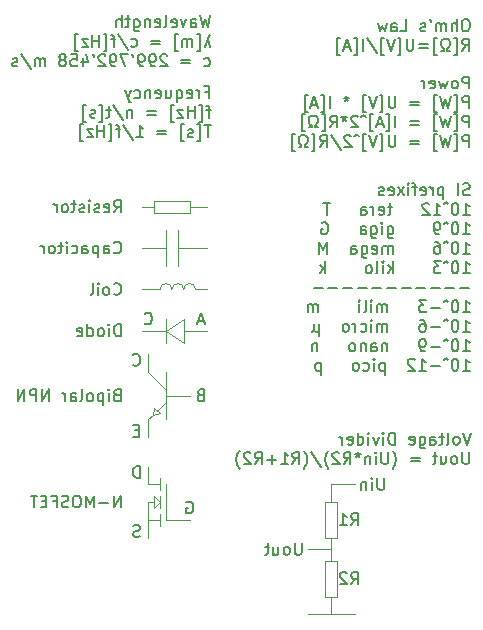
<source format=gbr>
G04 #@! TF.GenerationSoftware,KiCad,Pcbnew,5.1.8-1.fc33*
G04 #@! TF.CreationDate,2021-01-13T18:10:52+01:00*
G04 #@! TF.ProjectId,holder,686f6c64-6572-42e6-9b69-6361645f7063,rev?*
G04 #@! TF.SameCoordinates,Original*
G04 #@! TF.FileFunction,Legend,Bot*
G04 #@! TF.FilePolarity,Positive*
%FSLAX46Y46*%
G04 Gerber Fmt 4.6, Leading zero omitted, Abs format (unit mm)*
G04 Created by KiCad (PCBNEW 5.1.8-1.fc33) date 2021-01-13 18:10:52*
%MOMM*%
%LPD*%
G01*
G04 APERTURE LIST*
%ADD10C,0.120000*%
%ADD11C,0.150000*%
G04 APERTURE END LIST*
D10*
X179900000Y-111100000D02*
X179500000Y-111500000D01*
X180500000Y-111000000D02*
X179900000Y-111100000D01*
X180000000Y-110500000D02*
X179900000Y-111100000D01*
X180500000Y-111000000D02*
X180000000Y-110500000D01*
D11*
X179190476Y-103357142D02*
X179238095Y-103404761D01*
X179380952Y-103452380D01*
X179476190Y-103452380D01*
X179619047Y-103404761D01*
X179714285Y-103309523D01*
X179761904Y-103214285D01*
X179809523Y-103023809D01*
X179809523Y-102880952D01*
X179761904Y-102690476D01*
X179714285Y-102595238D01*
X179619047Y-102500000D01*
X179476190Y-102452380D01*
X179380952Y-102452380D01*
X179238095Y-102500000D01*
X179190476Y-102547619D01*
X184238095Y-103166666D02*
X183761904Y-103166666D01*
X184333333Y-103452380D02*
X184000000Y-102452380D01*
X183666666Y-103452380D01*
X184331071Y-83778571D02*
X184664404Y-83778571D01*
X184664404Y-84302380D02*
X184664404Y-83302380D01*
X184188214Y-83302380D01*
X183807261Y-84302380D02*
X183807261Y-83635714D01*
X183807261Y-83826190D02*
X183759642Y-83730952D01*
X183712023Y-83683333D01*
X183616785Y-83635714D01*
X183521547Y-83635714D01*
X182807261Y-84254761D02*
X182902500Y-84302380D01*
X183092976Y-84302380D01*
X183188214Y-84254761D01*
X183235833Y-84159523D01*
X183235833Y-83778571D01*
X183188214Y-83683333D01*
X183092976Y-83635714D01*
X182902500Y-83635714D01*
X182807261Y-83683333D01*
X182759642Y-83778571D01*
X182759642Y-83873809D01*
X183235833Y-83969047D01*
X181902500Y-83635714D02*
X181902500Y-84635714D01*
X181902500Y-84254761D02*
X181997738Y-84302380D01*
X182188214Y-84302380D01*
X182283452Y-84254761D01*
X182331071Y-84207142D01*
X182378690Y-84111904D01*
X182378690Y-83826190D01*
X182331071Y-83730952D01*
X182283452Y-83683333D01*
X182188214Y-83635714D01*
X181997738Y-83635714D01*
X181902500Y-83683333D01*
X180997738Y-83635714D02*
X180997738Y-84302380D01*
X181426309Y-83635714D02*
X181426309Y-84159523D01*
X181378690Y-84254761D01*
X181283452Y-84302380D01*
X181140595Y-84302380D01*
X181045357Y-84254761D01*
X180997738Y-84207142D01*
X180140595Y-84254761D02*
X180235833Y-84302380D01*
X180426309Y-84302380D01*
X180521547Y-84254761D01*
X180569166Y-84159523D01*
X180569166Y-83778571D01*
X180521547Y-83683333D01*
X180426309Y-83635714D01*
X180235833Y-83635714D01*
X180140595Y-83683333D01*
X180092976Y-83778571D01*
X180092976Y-83873809D01*
X180569166Y-83969047D01*
X179664404Y-83635714D02*
X179664404Y-84302380D01*
X179664404Y-83730952D02*
X179616785Y-83683333D01*
X179521547Y-83635714D01*
X179378690Y-83635714D01*
X179283452Y-83683333D01*
X179235833Y-83778571D01*
X179235833Y-84302380D01*
X178331071Y-84254761D02*
X178426309Y-84302380D01*
X178616785Y-84302380D01*
X178712023Y-84254761D01*
X178759642Y-84207142D01*
X178807261Y-84111904D01*
X178807261Y-83826190D01*
X178759642Y-83730952D01*
X178712023Y-83683333D01*
X178616785Y-83635714D01*
X178426309Y-83635714D01*
X178331071Y-83683333D01*
X177997738Y-83635714D02*
X177759642Y-84302380D01*
X177521547Y-83635714D02*
X177759642Y-84302380D01*
X177854880Y-84540476D01*
X177902500Y-84588095D01*
X177997738Y-84635714D01*
X184807261Y-85285714D02*
X184426309Y-85285714D01*
X184664404Y-85952380D02*
X184664404Y-85095238D01*
X184616785Y-85000000D01*
X184521547Y-84952380D01*
X184426309Y-84952380D01*
X183807261Y-86285714D02*
X184045357Y-86285714D01*
X184045357Y-84857142D01*
X183807261Y-84857142D01*
X183426309Y-85952380D02*
X183426309Y-84952380D01*
X183426309Y-85428571D02*
X182854880Y-85428571D01*
X182854880Y-85952380D02*
X182854880Y-84952380D01*
X182473928Y-85285714D02*
X181950119Y-85285714D01*
X182473928Y-85952380D01*
X181950119Y-85952380D01*
X181664404Y-86285714D02*
X181426309Y-86285714D01*
X181426309Y-84857142D01*
X181664404Y-84857142D01*
X180140595Y-85428571D02*
X179378690Y-85428571D01*
X179378690Y-85714285D02*
X180140595Y-85714285D01*
X178140595Y-85285714D02*
X178140595Y-85952380D01*
X178140595Y-85380952D02*
X178092976Y-85333333D01*
X177997738Y-85285714D01*
X177854880Y-85285714D01*
X177759642Y-85333333D01*
X177712023Y-85428571D01*
X177712023Y-85952380D01*
X176521547Y-84904761D02*
X177378690Y-86190476D01*
X176331071Y-85285714D02*
X175950119Y-85285714D01*
X176188214Y-84952380D02*
X176188214Y-85809523D01*
X176140595Y-85904761D01*
X176045357Y-85952380D01*
X175950119Y-85952380D01*
X175331071Y-86285714D02*
X175569166Y-86285714D01*
X175569166Y-84857142D01*
X175331071Y-84857142D01*
X174997738Y-85904761D02*
X174902500Y-85952380D01*
X174712023Y-85952380D01*
X174616785Y-85904761D01*
X174569166Y-85809523D01*
X174569166Y-85761904D01*
X174616785Y-85666666D01*
X174712023Y-85619047D01*
X174854880Y-85619047D01*
X174950119Y-85571428D01*
X174997738Y-85476190D01*
X174997738Y-85428571D01*
X174950119Y-85333333D01*
X174854880Y-85285714D01*
X174712023Y-85285714D01*
X174616785Y-85333333D01*
X174235833Y-86285714D02*
X173997738Y-86285714D01*
X173997738Y-84857142D01*
X174235833Y-84857142D01*
X184807261Y-86602380D02*
X184235833Y-86602380D01*
X184521547Y-87602380D02*
X184521547Y-86602380D01*
X183616785Y-87935714D02*
X183854880Y-87935714D01*
X183854880Y-86507142D01*
X183616785Y-86507142D01*
X183283452Y-87554761D02*
X183188214Y-87602380D01*
X182997738Y-87602380D01*
X182902500Y-87554761D01*
X182854880Y-87459523D01*
X182854880Y-87411904D01*
X182902500Y-87316666D01*
X182997738Y-87269047D01*
X183140595Y-87269047D01*
X183235833Y-87221428D01*
X183283452Y-87126190D01*
X183283452Y-87078571D01*
X183235833Y-86983333D01*
X183140595Y-86935714D01*
X182997738Y-86935714D01*
X182902500Y-86983333D01*
X182521547Y-87935714D02*
X182283452Y-87935714D01*
X182283452Y-86507142D01*
X182521547Y-86507142D01*
X180997738Y-87078571D02*
X180235833Y-87078571D01*
X180235833Y-87364285D02*
X180997738Y-87364285D01*
X178473928Y-87602380D02*
X179045357Y-87602380D01*
X178759642Y-87602380D02*
X178759642Y-86602380D01*
X178854880Y-86745238D01*
X178950119Y-86840476D01*
X179045357Y-86888095D01*
X177331071Y-86554761D02*
X178188214Y-87840476D01*
X177140595Y-86935714D02*
X176759642Y-86935714D01*
X176997738Y-87602380D02*
X176997738Y-86745238D01*
X176950119Y-86650000D01*
X176854880Y-86602380D01*
X176759642Y-86602380D01*
X176140595Y-87935714D02*
X176378690Y-87935714D01*
X176378690Y-86507142D01*
X176140595Y-86507142D01*
X175759642Y-87602380D02*
X175759642Y-86602380D01*
X175759642Y-87078571D02*
X175188214Y-87078571D01*
X175188214Y-87602380D02*
X175188214Y-86602380D01*
X174807261Y-86935714D02*
X174283452Y-86935714D01*
X174807261Y-87602380D01*
X174283452Y-87602380D01*
X173997738Y-87935714D02*
X173759642Y-87935714D01*
X173759642Y-86507142D01*
X173997738Y-86507142D01*
D10*
X181000000Y-104000000D02*
X179000000Y-104000000D01*
X181000000Y-103000000D02*
X181000000Y-105000000D01*
X182500000Y-105000000D02*
X182500000Y-104000000D01*
X181000000Y-104000000D02*
X182500000Y-105000000D01*
X182500000Y-103000000D02*
X181000000Y-104000000D01*
X182500000Y-104000000D02*
X182500000Y-103000000D01*
X184500000Y-104000000D02*
X182500000Y-104000000D01*
X180000000Y-100500000D02*
X180500000Y-100500000D01*
X180500000Y-100500000D02*
G75*
G02*
X181500000Y-100500000I500000J0D01*
G01*
X181500000Y-100500000D02*
G75*
G02*
X182500000Y-100500000I500000J0D01*
G01*
X182500000Y-100500000D02*
G75*
G02*
X183500000Y-100500000I500000J0D01*
G01*
X179000000Y-100500000D02*
X180000000Y-100500000D01*
X184500000Y-100500000D02*
X183500000Y-100500000D01*
X181000000Y-97000000D02*
X179000000Y-97000000D01*
X181000000Y-95500000D02*
X181000000Y-98500000D01*
X182000000Y-97000000D02*
X182000000Y-98500000D01*
X182000000Y-97000000D02*
X182000000Y-95500000D01*
X183000000Y-97000000D02*
X182000000Y-97000000D01*
X184500000Y-97000000D02*
X183000000Y-97000000D01*
D11*
X177164404Y-118952380D02*
X177164404Y-117952380D01*
X176592976Y-118952380D01*
X176592976Y-117952380D01*
X176116785Y-118571428D02*
X175354880Y-118571428D01*
X174878690Y-118952380D02*
X174878690Y-117952380D01*
X174545357Y-118666666D01*
X174212023Y-117952380D01*
X174212023Y-118952380D01*
X173545357Y-117952380D02*
X173354880Y-117952380D01*
X173259642Y-118000000D01*
X173164404Y-118095238D01*
X173116785Y-118285714D01*
X173116785Y-118619047D01*
X173164404Y-118809523D01*
X173259642Y-118904761D01*
X173354880Y-118952380D01*
X173545357Y-118952380D01*
X173640595Y-118904761D01*
X173735833Y-118809523D01*
X173783452Y-118619047D01*
X173783452Y-118285714D01*
X173735833Y-118095238D01*
X173640595Y-118000000D01*
X173545357Y-117952380D01*
X172735833Y-118904761D02*
X172592976Y-118952380D01*
X172354880Y-118952380D01*
X172259642Y-118904761D01*
X172212023Y-118857142D01*
X172164404Y-118761904D01*
X172164404Y-118666666D01*
X172212023Y-118571428D01*
X172259642Y-118523809D01*
X172354880Y-118476190D01*
X172545357Y-118428571D01*
X172640595Y-118380952D01*
X172688214Y-118333333D01*
X172735833Y-118238095D01*
X172735833Y-118142857D01*
X172688214Y-118047619D01*
X172640595Y-118000000D01*
X172545357Y-117952380D01*
X172307261Y-117952380D01*
X172164404Y-118000000D01*
X171402500Y-118428571D02*
X171735833Y-118428571D01*
X171735833Y-118952380D02*
X171735833Y-117952380D01*
X171259642Y-117952380D01*
X170878690Y-118428571D02*
X170545357Y-118428571D01*
X170402500Y-118952380D02*
X170878690Y-118952380D01*
X170878690Y-117952380D01*
X170402500Y-117952380D01*
X170116785Y-117952380D02*
X169545357Y-117952380D01*
X169831071Y-118952380D02*
X169831071Y-117952380D01*
X182738095Y-118500000D02*
X182833333Y-118452380D01*
X182976190Y-118452380D01*
X183119047Y-118500000D01*
X183214285Y-118595238D01*
X183261904Y-118690476D01*
X183309523Y-118880952D01*
X183309523Y-119023809D01*
X183261904Y-119214285D01*
X183214285Y-119309523D01*
X183119047Y-119404761D01*
X182976190Y-119452380D01*
X182880952Y-119452380D01*
X182738095Y-119404761D01*
X182690476Y-119357142D01*
X182690476Y-119023809D01*
X182880952Y-119023809D01*
X178785714Y-121404761D02*
X178642857Y-121452380D01*
X178404761Y-121452380D01*
X178309523Y-121404761D01*
X178261904Y-121357142D01*
X178214285Y-121261904D01*
X178214285Y-121166666D01*
X178261904Y-121071428D01*
X178309523Y-121023809D01*
X178404761Y-120976190D01*
X178595238Y-120928571D01*
X178690476Y-120880952D01*
X178738095Y-120833333D01*
X178785714Y-120738095D01*
X178785714Y-120642857D01*
X178738095Y-120547619D01*
X178690476Y-120500000D01*
X178595238Y-120452380D01*
X178357142Y-120452380D01*
X178214285Y-120500000D01*
X178761904Y-116452380D02*
X178761904Y-115452380D01*
X178523809Y-115452380D01*
X178380952Y-115500000D01*
X178285714Y-115595238D01*
X178238095Y-115690476D01*
X178190476Y-115880952D01*
X178190476Y-116023809D01*
X178238095Y-116214285D01*
X178285714Y-116309523D01*
X178380952Y-116404761D01*
X178523809Y-116452380D01*
X178761904Y-116452380D01*
D10*
X179500000Y-117000000D02*
X179500000Y-115500000D01*
X180500000Y-117000000D02*
X179500000Y-117000000D01*
X180000000Y-119000000D02*
X180500000Y-118500000D01*
X180000000Y-118000000D02*
X180000000Y-119000000D01*
X180500000Y-118500000D02*
X180000000Y-118000000D01*
X179500000Y-118500000D02*
X179500000Y-121500000D01*
X180000000Y-118500000D02*
X179500000Y-118500000D01*
X180500000Y-120000000D02*
X179500000Y-120000000D01*
X180500000Y-119500000D02*
X180500000Y-120500000D01*
X180500000Y-118000000D02*
X180500000Y-119000000D01*
X180500000Y-117500000D02*
X180500000Y-116500000D01*
X181000000Y-120000000D02*
X181000000Y-117000000D01*
X183000000Y-120000000D02*
X181000000Y-120000000D01*
D11*
X177164404Y-104452380D02*
X177164404Y-103452380D01*
X176926309Y-103452380D01*
X176783452Y-103500000D01*
X176688214Y-103595238D01*
X176640595Y-103690476D01*
X176592976Y-103880952D01*
X176592976Y-104023809D01*
X176640595Y-104214285D01*
X176688214Y-104309523D01*
X176783452Y-104404761D01*
X176926309Y-104452380D01*
X177164404Y-104452380D01*
X176164404Y-104452380D02*
X176164404Y-103785714D01*
X176164404Y-103452380D02*
X176212023Y-103500000D01*
X176164404Y-103547619D01*
X176116785Y-103500000D01*
X176164404Y-103452380D01*
X176164404Y-103547619D01*
X175545357Y-104452380D02*
X175640595Y-104404761D01*
X175688214Y-104357142D01*
X175735833Y-104261904D01*
X175735833Y-103976190D01*
X175688214Y-103880952D01*
X175640595Y-103833333D01*
X175545357Y-103785714D01*
X175402500Y-103785714D01*
X175307261Y-103833333D01*
X175259642Y-103880952D01*
X175212023Y-103976190D01*
X175212023Y-104261904D01*
X175259642Y-104357142D01*
X175307261Y-104404761D01*
X175402500Y-104452380D01*
X175545357Y-104452380D01*
X174354880Y-104452380D02*
X174354880Y-103452380D01*
X174354880Y-104404761D02*
X174450119Y-104452380D01*
X174640595Y-104452380D01*
X174735833Y-104404761D01*
X174783452Y-104357142D01*
X174831071Y-104261904D01*
X174831071Y-103976190D01*
X174783452Y-103880952D01*
X174735833Y-103833333D01*
X174640595Y-103785714D01*
X174450119Y-103785714D01*
X174354880Y-103833333D01*
X173497738Y-104404761D02*
X173592976Y-104452380D01*
X173783452Y-104452380D01*
X173878690Y-104404761D01*
X173926309Y-104309523D01*
X173926309Y-103928571D01*
X173878690Y-103833333D01*
X173783452Y-103785714D01*
X173592976Y-103785714D01*
X173497738Y-103833333D01*
X173450119Y-103928571D01*
X173450119Y-104023809D01*
X173926309Y-104119047D01*
X176831071Y-109428571D02*
X176688214Y-109476190D01*
X176640595Y-109523809D01*
X176592976Y-109619047D01*
X176592976Y-109761904D01*
X176640595Y-109857142D01*
X176688214Y-109904761D01*
X176783452Y-109952380D01*
X177164404Y-109952380D01*
X177164404Y-108952380D01*
X176831071Y-108952380D01*
X176735833Y-109000000D01*
X176688214Y-109047619D01*
X176640595Y-109142857D01*
X176640595Y-109238095D01*
X176688214Y-109333333D01*
X176735833Y-109380952D01*
X176831071Y-109428571D01*
X177164404Y-109428571D01*
X176164404Y-109952380D02*
X176164404Y-109285714D01*
X176164404Y-108952380D02*
X176212023Y-109000000D01*
X176164404Y-109047619D01*
X176116785Y-109000000D01*
X176164404Y-108952380D01*
X176164404Y-109047619D01*
X175688214Y-109285714D02*
X175688214Y-110285714D01*
X175688214Y-109333333D02*
X175592976Y-109285714D01*
X175402500Y-109285714D01*
X175307261Y-109333333D01*
X175259642Y-109380952D01*
X175212023Y-109476190D01*
X175212023Y-109761904D01*
X175259642Y-109857142D01*
X175307261Y-109904761D01*
X175402500Y-109952380D01*
X175592976Y-109952380D01*
X175688214Y-109904761D01*
X174640595Y-109952380D02*
X174735833Y-109904761D01*
X174783452Y-109857142D01*
X174831071Y-109761904D01*
X174831071Y-109476190D01*
X174783452Y-109380952D01*
X174735833Y-109333333D01*
X174640595Y-109285714D01*
X174497738Y-109285714D01*
X174402500Y-109333333D01*
X174354880Y-109380952D01*
X174307261Y-109476190D01*
X174307261Y-109761904D01*
X174354880Y-109857142D01*
X174402500Y-109904761D01*
X174497738Y-109952380D01*
X174640595Y-109952380D01*
X173735833Y-109952380D02*
X173831071Y-109904761D01*
X173878690Y-109809523D01*
X173878690Y-108952380D01*
X172926309Y-109952380D02*
X172926309Y-109428571D01*
X172973928Y-109333333D01*
X173069166Y-109285714D01*
X173259642Y-109285714D01*
X173354880Y-109333333D01*
X172926309Y-109904761D02*
X173021547Y-109952380D01*
X173259642Y-109952380D01*
X173354880Y-109904761D01*
X173402500Y-109809523D01*
X173402500Y-109714285D01*
X173354880Y-109619047D01*
X173259642Y-109571428D01*
X173021547Y-109571428D01*
X172926309Y-109523809D01*
X172450119Y-109952380D02*
X172450119Y-109285714D01*
X172450119Y-109476190D02*
X172402500Y-109380952D01*
X172354880Y-109333333D01*
X172259642Y-109285714D01*
X172164404Y-109285714D01*
X171069166Y-109952380D02*
X171069166Y-108952380D01*
X170497738Y-109952380D01*
X170497738Y-108952380D01*
X170021547Y-109952380D02*
X170021547Y-108952380D01*
X169640595Y-108952380D01*
X169545357Y-109000000D01*
X169497738Y-109047619D01*
X169450119Y-109142857D01*
X169450119Y-109285714D01*
X169497738Y-109380952D01*
X169545357Y-109428571D01*
X169640595Y-109476190D01*
X170021547Y-109476190D01*
X169021547Y-109952380D02*
X169021547Y-108952380D01*
X168450119Y-109952380D01*
X168450119Y-108952380D01*
X176592976Y-100857142D02*
X176640595Y-100904761D01*
X176783452Y-100952380D01*
X176878690Y-100952380D01*
X177021547Y-100904761D01*
X177116785Y-100809523D01*
X177164404Y-100714285D01*
X177212023Y-100523809D01*
X177212023Y-100380952D01*
X177164404Y-100190476D01*
X177116785Y-100095238D01*
X177021547Y-100000000D01*
X176878690Y-99952380D01*
X176783452Y-99952380D01*
X176640595Y-100000000D01*
X176592976Y-100047619D01*
X176021547Y-100952380D02*
X176116785Y-100904761D01*
X176164404Y-100857142D01*
X176212023Y-100761904D01*
X176212023Y-100476190D01*
X176164404Y-100380952D01*
X176116785Y-100333333D01*
X176021547Y-100285714D01*
X175878690Y-100285714D01*
X175783452Y-100333333D01*
X175735833Y-100380952D01*
X175688214Y-100476190D01*
X175688214Y-100761904D01*
X175735833Y-100857142D01*
X175783452Y-100904761D01*
X175878690Y-100952380D01*
X176021547Y-100952380D01*
X175259642Y-100952380D02*
X175259642Y-100285714D01*
X175259642Y-99952380D02*
X175307261Y-100000000D01*
X175259642Y-100047619D01*
X175212023Y-100000000D01*
X175259642Y-99952380D01*
X175259642Y-100047619D01*
X174640595Y-100952380D02*
X174735833Y-100904761D01*
X174783452Y-100809523D01*
X174783452Y-99952380D01*
X176592976Y-97357142D02*
X176640595Y-97404761D01*
X176783452Y-97452380D01*
X176878690Y-97452380D01*
X177021547Y-97404761D01*
X177116785Y-97309523D01*
X177164404Y-97214285D01*
X177212023Y-97023809D01*
X177212023Y-96880952D01*
X177164404Y-96690476D01*
X177116785Y-96595238D01*
X177021547Y-96500000D01*
X176878690Y-96452380D01*
X176783452Y-96452380D01*
X176640595Y-96500000D01*
X176592976Y-96547619D01*
X175735833Y-97452380D02*
X175735833Y-96928571D01*
X175783452Y-96833333D01*
X175878690Y-96785714D01*
X176069166Y-96785714D01*
X176164404Y-96833333D01*
X175735833Y-97404761D02*
X175831071Y-97452380D01*
X176069166Y-97452380D01*
X176164404Y-97404761D01*
X176212023Y-97309523D01*
X176212023Y-97214285D01*
X176164404Y-97119047D01*
X176069166Y-97071428D01*
X175831071Y-97071428D01*
X175735833Y-97023809D01*
X175259642Y-96785714D02*
X175259642Y-97785714D01*
X175259642Y-96833333D02*
X175164404Y-96785714D01*
X174973928Y-96785714D01*
X174878690Y-96833333D01*
X174831071Y-96880952D01*
X174783452Y-96976190D01*
X174783452Y-97261904D01*
X174831071Y-97357142D01*
X174878690Y-97404761D01*
X174973928Y-97452380D01*
X175164404Y-97452380D01*
X175259642Y-97404761D01*
X173926309Y-97452380D02*
X173926309Y-96928571D01*
X173973928Y-96833333D01*
X174069166Y-96785714D01*
X174259642Y-96785714D01*
X174354880Y-96833333D01*
X173926309Y-97404761D02*
X174021547Y-97452380D01*
X174259642Y-97452380D01*
X174354880Y-97404761D01*
X174402500Y-97309523D01*
X174402500Y-97214285D01*
X174354880Y-97119047D01*
X174259642Y-97071428D01*
X174021547Y-97071428D01*
X173926309Y-97023809D01*
X173021547Y-97404761D02*
X173116785Y-97452380D01*
X173307261Y-97452380D01*
X173402500Y-97404761D01*
X173450119Y-97357142D01*
X173497738Y-97261904D01*
X173497738Y-96976190D01*
X173450119Y-96880952D01*
X173402500Y-96833333D01*
X173307261Y-96785714D01*
X173116785Y-96785714D01*
X173021547Y-96833333D01*
X172592976Y-97452380D02*
X172592976Y-96785714D01*
X172592976Y-96452380D02*
X172640595Y-96500000D01*
X172592976Y-96547619D01*
X172545357Y-96500000D01*
X172592976Y-96452380D01*
X172592976Y-96547619D01*
X172259642Y-96785714D02*
X171878690Y-96785714D01*
X172116785Y-96452380D02*
X172116785Y-97309523D01*
X172069166Y-97404761D01*
X171973928Y-97452380D01*
X171878690Y-97452380D01*
X171402500Y-97452380D02*
X171497738Y-97404761D01*
X171545357Y-97357142D01*
X171592976Y-97261904D01*
X171592976Y-96976190D01*
X171545357Y-96880952D01*
X171497738Y-96833333D01*
X171402500Y-96785714D01*
X171259642Y-96785714D01*
X171164404Y-96833333D01*
X171116785Y-96880952D01*
X171069166Y-96976190D01*
X171069166Y-97261904D01*
X171116785Y-97357142D01*
X171164404Y-97404761D01*
X171259642Y-97452380D01*
X171402500Y-97452380D01*
X170640595Y-97452380D02*
X170640595Y-96785714D01*
X170640595Y-96976190D02*
X170592976Y-96880952D01*
X170545357Y-96833333D01*
X170450119Y-96785714D01*
X170354880Y-96785714D01*
X176592976Y-93952380D02*
X176926309Y-93476190D01*
X177164404Y-93952380D02*
X177164404Y-92952380D01*
X176783452Y-92952380D01*
X176688214Y-93000000D01*
X176640595Y-93047619D01*
X176592976Y-93142857D01*
X176592976Y-93285714D01*
X176640595Y-93380952D01*
X176688214Y-93428571D01*
X176783452Y-93476190D01*
X177164404Y-93476190D01*
X175783452Y-93904761D02*
X175878690Y-93952380D01*
X176069166Y-93952380D01*
X176164404Y-93904761D01*
X176212023Y-93809523D01*
X176212023Y-93428571D01*
X176164404Y-93333333D01*
X176069166Y-93285714D01*
X175878690Y-93285714D01*
X175783452Y-93333333D01*
X175735833Y-93428571D01*
X175735833Y-93523809D01*
X176212023Y-93619047D01*
X175354880Y-93904761D02*
X175259642Y-93952380D01*
X175069166Y-93952380D01*
X174973928Y-93904761D01*
X174926309Y-93809523D01*
X174926309Y-93761904D01*
X174973928Y-93666666D01*
X175069166Y-93619047D01*
X175212023Y-93619047D01*
X175307261Y-93571428D01*
X175354880Y-93476190D01*
X175354880Y-93428571D01*
X175307261Y-93333333D01*
X175212023Y-93285714D01*
X175069166Y-93285714D01*
X174973928Y-93333333D01*
X174497738Y-93952380D02*
X174497738Y-93285714D01*
X174497738Y-92952380D02*
X174545357Y-93000000D01*
X174497738Y-93047619D01*
X174450119Y-93000000D01*
X174497738Y-92952380D01*
X174497738Y-93047619D01*
X174069166Y-93904761D02*
X173973928Y-93952380D01*
X173783452Y-93952380D01*
X173688214Y-93904761D01*
X173640595Y-93809523D01*
X173640595Y-93761904D01*
X173688214Y-93666666D01*
X173783452Y-93619047D01*
X173926309Y-93619047D01*
X174021547Y-93571428D01*
X174069166Y-93476190D01*
X174069166Y-93428571D01*
X174021547Y-93333333D01*
X173926309Y-93285714D01*
X173783452Y-93285714D01*
X173688214Y-93333333D01*
X173354880Y-93285714D02*
X172973928Y-93285714D01*
X173212023Y-92952380D02*
X173212023Y-93809523D01*
X173164404Y-93904761D01*
X173069166Y-93952380D01*
X172973928Y-93952380D01*
X172497738Y-93952380D02*
X172592976Y-93904761D01*
X172640595Y-93857142D01*
X172688214Y-93761904D01*
X172688214Y-93476190D01*
X172640595Y-93380952D01*
X172592976Y-93333333D01*
X172497738Y-93285714D01*
X172354880Y-93285714D01*
X172259642Y-93333333D01*
X172212023Y-93380952D01*
X172164404Y-93476190D01*
X172164404Y-93761904D01*
X172212023Y-93857142D01*
X172259642Y-93904761D01*
X172354880Y-93952380D01*
X172497738Y-93952380D01*
X171735833Y-93952380D02*
X171735833Y-93285714D01*
X171735833Y-93476190D02*
X171688214Y-93380952D01*
X171640595Y-93333333D01*
X171545357Y-93285714D01*
X171450119Y-93285714D01*
D10*
X180000000Y-93500000D02*
X179000000Y-93500000D01*
X183000000Y-94000000D02*
X183000000Y-93500000D01*
X180000000Y-94000000D02*
X183000000Y-94000000D01*
X180000000Y-93000000D02*
X180000000Y-94000000D01*
X183000000Y-93000000D02*
X180000000Y-93000000D01*
X183000000Y-93500000D02*
X183000000Y-93000000D01*
X184500000Y-93500000D02*
X183000000Y-93500000D01*
D11*
X178714285Y-112428571D02*
X178380952Y-112428571D01*
X178238095Y-112952380D02*
X178714285Y-112952380D01*
X178714285Y-111952380D01*
X178238095Y-111952380D01*
X183928571Y-109428571D02*
X183785714Y-109476190D01*
X183738095Y-109523809D01*
X183690476Y-109619047D01*
X183690476Y-109761904D01*
X183738095Y-109857142D01*
X183785714Y-109904761D01*
X183880952Y-109952380D01*
X184261904Y-109952380D01*
X184261904Y-108952380D01*
X183928571Y-108952380D01*
X183833333Y-109000000D01*
X183785714Y-109047619D01*
X183738095Y-109142857D01*
X183738095Y-109238095D01*
X183785714Y-109333333D01*
X183833333Y-109380952D01*
X183928571Y-109428571D01*
X184261904Y-109428571D01*
X178190476Y-106857142D02*
X178238095Y-106904761D01*
X178380952Y-106952380D01*
X178476190Y-106952380D01*
X178619047Y-106904761D01*
X178714285Y-106809523D01*
X178761904Y-106714285D01*
X178809523Y-106523809D01*
X178809523Y-106380952D01*
X178761904Y-106190476D01*
X178714285Y-106095238D01*
X178619047Y-106000000D01*
X178476190Y-105952380D01*
X178380952Y-105952380D01*
X178238095Y-106000000D01*
X178190476Y-106047619D01*
D10*
X179500000Y-111500000D02*
X179500000Y-113000000D01*
X179500000Y-107500000D02*
X179500000Y-106000000D01*
X181000000Y-110000000D02*
X180250000Y-110750000D01*
X181000000Y-109000000D02*
X179500000Y-107500000D01*
X181000000Y-107500000D02*
X181000000Y-111500000D01*
X183000000Y-109500000D02*
X181000000Y-109500000D01*
D11*
X206712023Y-92479761D02*
X206569166Y-92527380D01*
X206331071Y-92527380D01*
X206235833Y-92479761D01*
X206188214Y-92432142D01*
X206140595Y-92336904D01*
X206140595Y-92241666D01*
X206188214Y-92146428D01*
X206235833Y-92098809D01*
X206331071Y-92051190D01*
X206521547Y-92003571D01*
X206616785Y-91955952D01*
X206664404Y-91908333D01*
X206712023Y-91813095D01*
X206712023Y-91717857D01*
X206664404Y-91622619D01*
X206616785Y-91575000D01*
X206521547Y-91527380D01*
X206283452Y-91527380D01*
X206140595Y-91575000D01*
X205712023Y-92527380D02*
X205712023Y-91527380D01*
X204473928Y-91860714D02*
X204473928Y-92860714D01*
X204473928Y-91908333D02*
X204378690Y-91860714D01*
X204188214Y-91860714D01*
X204092976Y-91908333D01*
X204045357Y-91955952D01*
X203997738Y-92051190D01*
X203997738Y-92336904D01*
X204045357Y-92432142D01*
X204092976Y-92479761D01*
X204188214Y-92527380D01*
X204378690Y-92527380D01*
X204473928Y-92479761D01*
X203569166Y-92527380D02*
X203569166Y-91860714D01*
X203569166Y-92051190D02*
X203521547Y-91955952D01*
X203473928Y-91908333D01*
X203378690Y-91860714D01*
X203283452Y-91860714D01*
X202569166Y-92479761D02*
X202664404Y-92527380D01*
X202854880Y-92527380D01*
X202950119Y-92479761D01*
X202997738Y-92384523D01*
X202997738Y-92003571D01*
X202950119Y-91908333D01*
X202854880Y-91860714D01*
X202664404Y-91860714D01*
X202569166Y-91908333D01*
X202521547Y-92003571D01*
X202521547Y-92098809D01*
X202997738Y-92194047D01*
X202235833Y-91860714D02*
X201854880Y-91860714D01*
X202092976Y-92527380D02*
X202092976Y-91670238D01*
X202045357Y-91575000D01*
X201950119Y-91527380D01*
X201854880Y-91527380D01*
X201521547Y-92527380D02*
X201521547Y-91860714D01*
X201521547Y-91527380D02*
X201569166Y-91575000D01*
X201521547Y-91622619D01*
X201473928Y-91575000D01*
X201521547Y-91527380D01*
X201521547Y-91622619D01*
X201140595Y-92527380D02*
X200616785Y-91860714D01*
X201140595Y-91860714D02*
X200616785Y-92527380D01*
X199854880Y-92479761D02*
X199950119Y-92527380D01*
X200140595Y-92527380D01*
X200235833Y-92479761D01*
X200283452Y-92384523D01*
X200283452Y-92003571D01*
X200235833Y-91908333D01*
X200140595Y-91860714D01*
X199950119Y-91860714D01*
X199854880Y-91908333D01*
X199807261Y-92003571D01*
X199807261Y-92098809D01*
X200283452Y-92194047D01*
X199426309Y-92479761D02*
X199331071Y-92527380D01*
X199140595Y-92527380D01*
X199045357Y-92479761D01*
X198997738Y-92384523D01*
X198997738Y-92336904D01*
X199045357Y-92241666D01*
X199140595Y-92194047D01*
X199283452Y-92194047D01*
X199378690Y-92146428D01*
X199426309Y-92051190D01*
X199426309Y-92003571D01*
X199378690Y-91908333D01*
X199283452Y-91860714D01*
X199140595Y-91860714D01*
X199045357Y-91908333D01*
X206140595Y-94177380D02*
X206712023Y-94177380D01*
X206426309Y-94177380D02*
X206426309Y-93177380D01*
X206521547Y-93320238D01*
X206616785Y-93415476D01*
X206712023Y-93463095D01*
X205521547Y-93177380D02*
X205426309Y-93177380D01*
X205331071Y-93225000D01*
X205283452Y-93272619D01*
X205235833Y-93367857D01*
X205188214Y-93558333D01*
X205188214Y-93796428D01*
X205235833Y-93986904D01*
X205283452Y-94082142D01*
X205331071Y-94129761D01*
X205426309Y-94177380D01*
X205521547Y-94177380D01*
X205616785Y-94129761D01*
X205664404Y-94082142D01*
X205712023Y-93986904D01*
X205759642Y-93796428D01*
X205759642Y-93558333D01*
X205712023Y-93367857D01*
X205664404Y-93272619D01*
X205616785Y-93225000D01*
X205521547Y-93177380D01*
X204902500Y-93272619D02*
X204712023Y-93129761D01*
X204521547Y-93272619D01*
X203664404Y-94177380D02*
X204235833Y-94177380D01*
X203950119Y-94177380D02*
X203950119Y-93177380D01*
X204045357Y-93320238D01*
X204140595Y-93415476D01*
X204235833Y-93463095D01*
X203283452Y-93272619D02*
X203235833Y-93225000D01*
X203140595Y-93177380D01*
X202902500Y-93177380D01*
X202807261Y-93225000D01*
X202759642Y-93272619D01*
X202712023Y-93367857D01*
X202712023Y-93463095D01*
X202759642Y-93605952D01*
X203331071Y-94177380D01*
X202712023Y-94177380D01*
X200140595Y-93510714D02*
X199759642Y-93510714D01*
X199997738Y-93177380D02*
X199997738Y-94034523D01*
X199950119Y-94129761D01*
X199854880Y-94177380D01*
X199759642Y-94177380D01*
X199045357Y-94129761D02*
X199140595Y-94177380D01*
X199331071Y-94177380D01*
X199426309Y-94129761D01*
X199473928Y-94034523D01*
X199473928Y-93653571D01*
X199426309Y-93558333D01*
X199331071Y-93510714D01*
X199140595Y-93510714D01*
X199045357Y-93558333D01*
X198997738Y-93653571D01*
X198997738Y-93748809D01*
X199473928Y-93844047D01*
X198569166Y-94177380D02*
X198569166Y-93510714D01*
X198569166Y-93701190D02*
X198521547Y-93605952D01*
X198473928Y-93558333D01*
X198378690Y-93510714D01*
X198283452Y-93510714D01*
X197521547Y-94177380D02*
X197521547Y-93653571D01*
X197569166Y-93558333D01*
X197664404Y-93510714D01*
X197854880Y-93510714D01*
X197950119Y-93558333D01*
X197521547Y-94129761D02*
X197616785Y-94177380D01*
X197854880Y-94177380D01*
X197950119Y-94129761D01*
X197997738Y-94034523D01*
X197997738Y-93939285D01*
X197950119Y-93844047D01*
X197854880Y-93796428D01*
X197616785Y-93796428D01*
X197521547Y-93748809D01*
X194902500Y-93177380D02*
X194331071Y-93177380D01*
X194616785Y-94177380D02*
X194616785Y-93177380D01*
X206140595Y-95827380D02*
X206712023Y-95827380D01*
X206426309Y-95827380D02*
X206426309Y-94827380D01*
X206521547Y-94970238D01*
X206616785Y-95065476D01*
X206712023Y-95113095D01*
X205521547Y-94827380D02*
X205426309Y-94827380D01*
X205331071Y-94875000D01*
X205283452Y-94922619D01*
X205235833Y-95017857D01*
X205188214Y-95208333D01*
X205188214Y-95446428D01*
X205235833Y-95636904D01*
X205283452Y-95732142D01*
X205331071Y-95779761D01*
X205426309Y-95827380D01*
X205521547Y-95827380D01*
X205616785Y-95779761D01*
X205664404Y-95732142D01*
X205712023Y-95636904D01*
X205759642Y-95446428D01*
X205759642Y-95208333D01*
X205712023Y-95017857D01*
X205664404Y-94922619D01*
X205616785Y-94875000D01*
X205521547Y-94827380D01*
X204902500Y-94922619D02*
X204712023Y-94779761D01*
X204521547Y-94922619D01*
X204140595Y-95827380D02*
X203950119Y-95827380D01*
X203854880Y-95779761D01*
X203807261Y-95732142D01*
X203712023Y-95589285D01*
X203664404Y-95398809D01*
X203664404Y-95017857D01*
X203712023Y-94922619D01*
X203759642Y-94875000D01*
X203854880Y-94827380D01*
X204045357Y-94827380D01*
X204140595Y-94875000D01*
X204188214Y-94922619D01*
X204235833Y-95017857D01*
X204235833Y-95255952D01*
X204188214Y-95351190D01*
X204140595Y-95398809D01*
X204045357Y-95446428D01*
X203854880Y-95446428D01*
X203759642Y-95398809D01*
X203712023Y-95351190D01*
X203664404Y-95255952D01*
X199759642Y-95160714D02*
X199759642Y-95970238D01*
X199807261Y-96065476D01*
X199854880Y-96113095D01*
X199950119Y-96160714D01*
X200092976Y-96160714D01*
X200188214Y-96113095D01*
X199759642Y-95779761D02*
X199854880Y-95827380D01*
X200045357Y-95827380D01*
X200140595Y-95779761D01*
X200188214Y-95732142D01*
X200235833Y-95636904D01*
X200235833Y-95351190D01*
X200188214Y-95255952D01*
X200140595Y-95208333D01*
X200045357Y-95160714D01*
X199854880Y-95160714D01*
X199759642Y-95208333D01*
X199283452Y-95827380D02*
X199283452Y-95160714D01*
X199283452Y-94827380D02*
X199331071Y-94875000D01*
X199283452Y-94922619D01*
X199235833Y-94875000D01*
X199283452Y-94827380D01*
X199283452Y-94922619D01*
X198378690Y-95160714D02*
X198378690Y-95970238D01*
X198426309Y-96065476D01*
X198473928Y-96113095D01*
X198569166Y-96160714D01*
X198712023Y-96160714D01*
X198807261Y-96113095D01*
X198378690Y-95779761D02*
X198473928Y-95827380D01*
X198664404Y-95827380D01*
X198759642Y-95779761D01*
X198807261Y-95732142D01*
X198854880Y-95636904D01*
X198854880Y-95351190D01*
X198807261Y-95255952D01*
X198759642Y-95208333D01*
X198664404Y-95160714D01*
X198473928Y-95160714D01*
X198378690Y-95208333D01*
X197473928Y-95827380D02*
X197473928Y-95303571D01*
X197521547Y-95208333D01*
X197616785Y-95160714D01*
X197807261Y-95160714D01*
X197902500Y-95208333D01*
X197473928Y-95779761D02*
X197569166Y-95827380D01*
X197807261Y-95827380D01*
X197902500Y-95779761D01*
X197950119Y-95684523D01*
X197950119Y-95589285D01*
X197902500Y-95494047D01*
X197807261Y-95446428D01*
X197569166Y-95446428D01*
X197473928Y-95398809D01*
X194188214Y-94875000D02*
X194283452Y-94827380D01*
X194426309Y-94827380D01*
X194569166Y-94875000D01*
X194664404Y-94970238D01*
X194712023Y-95065476D01*
X194759642Y-95255952D01*
X194759642Y-95398809D01*
X194712023Y-95589285D01*
X194664404Y-95684523D01*
X194569166Y-95779761D01*
X194426309Y-95827380D01*
X194331071Y-95827380D01*
X194188214Y-95779761D01*
X194140595Y-95732142D01*
X194140595Y-95398809D01*
X194331071Y-95398809D01*
X206140595Y-97477380D02*
X206712023Y-97477380D01*
X206426309Y-97477380D02*
X206426309Y-96477380D01*
X206521547Y-96620238D01*
X206616785Y-96715476D01*
X206712023Y-96763095D01*
X205521547Y-96477380D02*
X205426309Y-96477380D01*
X205331071Y-96525000D01*
X205283452Y-96572619D01*
X205235833Y-96667857D01*
X205188214Y-96858333D01*
X205188214Y-97096428D01*
X205235833Y-97286904D01*
X205283452Y-97382142D01*
X205331071Y-97429761D01*
X205426309Y-97477380D01*
X205521547Y-97477380D01*
X205616785Y-97429761D01*
X205664404Y-97382142D01*
X205712023Y-97286904D01*
X205759642Y-97096428D01*
X205759642Y-96858333D01*
X205712023Y-96667857D01*
X205664404Y-96572619D01*
X205616785Y-96525000D01*
X205521547Y-96477380D01*
X204902500Y-96572619D02*
X204712023Y-96429761D01*
X204521547Y-96572619D01*
X203759642Y-96477380D02*
X203950119Y-96477380D01*
X204045357Y-96525000D01*
X204092976Y-96572619D01*
X204188214Y-96715476D01*
X204235833Y-96905952D01*
X204235833Y-97286904D01*
X204188214Y-97382142D01*
X204140595Y-97429761D01*
X204045357Y-97477380D01*
X203854880Y-97477380D01*
X203759642Y-97429761D01*
X203712023Y-97382142D01*
X203664404Y-97286904D01*
X203664404Y-97048809D01*
X203712023Y-96953571D01*
X203759642Y-96905952D01*
X203854880Y-96858333D01*
X204045357Y-96858333D01*
X204140595Y-96905952D01*
X204188214Y-96953571D01*
X204235833Y-97048809D01*
X200188214Y-97477380D02*
X200188214Y-96810714D01*
X200188214Y-96905952D02*
X200140595Y-96858333D01*
X200045357Y-96810714D01*
X199902500Y-96810714D01*
X199807261Y-96858333D01*
X199759642Y-96953571D01*
X199759642Y-97477380D01*
X199759642Y-96953571D02*
X199712023Y-96858333D01*
X199616785Y-96810714D01*
X199473928Y-96810714D01*
X199378690Y-96858333D01*
X199331071Y-96953571D01*
X199331071Y-97477380D01*
X198473928Y-97429761D02*
X198569166Y-97477380D01*
X198759642Y-97477380D01*
X198854880Y-97429761D01*
X198902500Y-97334523D01*
X198902500Y-96953571D01*
X198854880Y-96858333D01*
X198759642Y-96810714D01*
X198569166Y-96810714D01*
X198473928Y-96858333D01*
X198426309Y-96953571D01*
X198426309Y-97048809D01*
X198902500Y-97144047D01*
X197569166Y-96810714D02*
X197569166Y-97620238D01*
X197616785Y-97715476D01*
X197664404Y-97763095D01*
X197759642Y-97810714D01*
X197902500Y-97810714D01*
X197997738Y-97763095D01*
X197569166Y-97429761D02*
X197664404Y-97477380D01*
X197854880Y-97477380D01*
X197950119Y-97429761D01*
X197997738Y-97382142D01*
X198045357Y-97286904D01*
X198045357Y-97001190D01*
X197997738Y-96905952D01*
X197950119Y-96858333D01*
X197854880Y-96810714D01*
X197664404Y-96810714D01*
X197569166Y-96858333D01*
X196664404Y-97477380D02*
X196664404Y-96953571D01*
X196712023Y-96858333D01*
X196807261Y-96810714D01*
X196997738Y-96810714D01*
X197092976Y-96858333D01*
X196664404Y-97429761D02*
X196759642Y-97477380D01*
X196997738Y-97477380D01*
X197092976Y-97429761D01*
X197140595Y-97334523D01*
X197140595Y-97239285D01*
X197092976Y-97144047D01*
X196997738Y-97096428D01*
X196759642Y-97096428D01*
X196664404Y-97048809D01*
X194664404Y-97477380D02*
X194664404Y-96477380D01*
X194331071Y-97191666D01*
X193997738Y-96477380D01*
X193997738Y-97477380D01*
X206140595Y-99127380D02*
X206712023Y-99127380D01*
X206426309Y-99127380D02*
X206426309Y-98127380D01*
X206521547Y-98270238D01*
X206616785Y-98365476D01*
X206712023Y-98413095D01*
X205521547Y-98127380D02*
X205426309Y-98127380D01*
X205331071Y-98175000D01*
X205283452Y-98222619D01*
X205235833Y-98317857D01*
X205188214Y-98508333D01*
X205188214Y-98746428D01*
X205235833Y-98936904D01*
X205283452Y-99032142D01*
X205331071Y-99079761D01*
X205426309Y-99127380D01*
X205521547Y-99127380D01*
X205616785Y-99079761D01*
X205664404Y-99032142D01*
X205712023Y-98936904D01*
X205759642Y-98746428D01*
X205759642Y-98508333D01*
X205712023Y-98317857D01*
X205664404Y-98222619D01*
X205616785Y-98175000D01*
X205521547Y-98127380D01*
X204902500Y-98222619D02*
X204712023Y-98079761D01*
X204521547Y-98222619D01*
X204283452Y-98127380D02*
X203664404Y-98127380D01*
X203997738Y-98508333D01*
X203854880Y-98508333D01*
X203759642Y-98555952D01*
X203712023Y-98603571D01*
X203664404Y-98698809D01*
X203664404Y-98936904D01*
X203712023Y-99032142D01*
X203759642Y-99079761D01*
X203854880Y-99127380D01*
X204140595Y-99127380D01*
X204235833Y-99079761D01*
X204283452Y-99032142D01*
X200188214Y-99127380D02*
X200188214Y-98127380D01*
X200092976Y-98746428D02*
X199807261Y-99127380D01*
X199807261Y-98460714D02*
X200188214Y-98841666D01*
X199378690Y-99127380D02*
X199378690Y-98460714D01*
X199378690Y-98127380D02*
X199426309Y-98175000D01*
X199378690Y-98222619D01*
X199331071Y-98175000D01*
X199378690Y-98127380D01*
X199378690Y-98222619D01*
X198759642Y-99127380D02*
X198854880Y-99079761D01*
X198902500Y-98984523D01*
X198902500Y-98127380D01*
X198235833Y-99127380D02*
X198331071Y-99079761D01*
X198378690Y-99032142D01*
X198426309Y-98936904D01*
X198426309Y-98651190D01*
X198378690Y-98555952D01*
X198331071Y-98508333D01*
X198235833Y-98460714D01*
X198092976Y-98460714D01*
X197997738Y-98508333D01*
X197950119Y-98555952D01*
X197902500Y-98651190D01*
X197902500Y-98936904D01*
X197950119Y-99032142D01*
X197997738Y-99079761D01*
X198092976Y-99127380D01*
X198235833Y-99127380D01*
X194426309Y-99127380D02*
X194426309Y-98127380D01*
X194331071Y-98746428D02*
X194045357Y-99127380D01*
X194045357Y-98460714D02*
X194426309Y-98841666D01*
X206664404Y-100396428D02*
X205902500Y-100396428D01*
X205426309Y-100396428D02*
X204664404Y-100396428D01*
X204188214Y-100396428D02*
X203426309Y-100396428D01*
X202950119Y-100396428D02*
X202188214Y-100396428D01*
X201712023Y-100396428D02*
X200950119Y-100396428D01*
X200473928Y-100396428D02*
X199712023Y-100396428D01*
X199235833Y-100396428D02*
X198473928Y-100396428D01*
X197997738Y-100396428D02*
X197235833Y-100396428D01*
X196759642Y-100396428D02*
X195997738Y-100396428D01*
X195521547Y-100396428D02*
X194759642Y-100396428D01*
X194283452Y-100396428D02*
X193521547Y-100396428D01*
X206140595Y-102427380D02*
X206712023Y-102427380D01*
X206426309Y-102427380D02*
X206426309Y-101427380D01*
X206521547Y-101570238D01*
X206616785Y-101665476D01*
X206712023Y-101713095D01*
X205521547Y-101427380D02*
X205426309Y-101427380D01*
X205331071Y-101475000D01*
X205283452Y-101522619D01*
X205235833Y-101617857D01*
X205188214Y-101808333D01*
X205188214Y-102046428D01*
X205235833Y-102236904D01*
X205283452Y-102332142D01*
X205331071Y-102379761D01*
X205426309Y-102427380D01*
X205521547Y-102427380D01*
X205616785Y-102379761D01*
X205664404Y-102332142D01*
X205712023Y-102236904D01*
X205759642Y-102046428D01*
X205759642Y-101808333D01*
X205712023Y-101617857D01*
X205664404Y-101522619D01*
X205616785Y-101475000D01*
X205521547Y-101427380D01*
X204902500Y-101522619D02*
X204712023Y-101379761D01*
X204521547Y-101522619D01*
X204188214Y-102046428D02*
X203426309Y-102046428D01*
X203045357Y-101427380D02*
X202426309Y-101427380D01*
X202759642Y-101808333D01*
X202616785Y-101808333D01*
X202521547Y-101855952D01*
X202473928Y-101903571D01*
X202426309Y-101998809D01*
X202426309Y-102236904D01*
X202473928Y-102332142D01*
X202521547Y-102379761D01*
X202616785Y-102427380D01*
X202902500Y-102427380D01*
X202997738Y-102379761D01*
X203045357Y-102332142D01*
X199712023Y-102427380D02*
X199712023Y-101760714D01*
X199712023Y-101855952D02*
X199664404Y-101808333D01*
X199569166Y-101760714D01*
X199426309Y-101760714D01*
X199331071Y-101808333D01*
X199283452Y-101903571D01*
X199283452Y-102427380D01*
X199283452Y-101903571D02*
X199235833Y-101808333D01*
X199140595Y-101760714D01*
X198997738Y-101760714D01*
X198902500Y-101808333D01*
X198854880Y-101903571D01*
X198854880Y-102427380D01*
X198378690Y-102427380D02*
X198378690Y-101760714D01*
X198378690Y-101427380D02*
X198426309Y-101475000D01*
X198378690Y-101522619D01*
X198331071Y-101475000D01*
X198378690Y-101427380D01*
X198378690Y-101522619D01*
X197759642Y-102427380D02*
X197854880Y-102379761D01*
X197902500Y-102284523D01*
X197902500Y-101427380D01*
X197378690Y-102427380D02*
X197378690Y-101760714D01*
X197378690Y-101427380D02*
X197426309Y-101475000D01*
X197378690Y-101522619D01*
X197331071Y-101475000D01*
X197378690Y-101427380D01*
X197378690Y-101522619D01*
X193854880Y-102427380D02*
X193854880Y-101760714D01*
X193854880Y-101855952D02*
X193807261Y-101808333D01*
X193712023Y-101760714D01*
X193569166Y-101760714D01*
X193473928Y-101808333D01*
X193426309Y-101903571D01*
X193426309Y-102427380D01*
X193426309Y-101903571D02*
X193378690Y-101808333D01*
X193283452Y-101760714D01*
X193140595Y-101760714D01*
X193045357Y-101808333D01*
X192997738Y-101903571D01*
X192997738Y-102427380D01*
X206140595Y-104077380D02*
X206712023Y-104077380D01*
X206426309Y-104077380D02*
X206426309Y-103077380D01*
X206521547Y-103220238D01*
X206616785Y-103315476D01*
X206712023Y-103363095D01*
X205521547Y-103077380D02*
X205426309Y-103077380D01*
X205331071Y-103125000D01*
X205283452Y-103172619D01*
X205235833Y-103267857D01*
X205188214Y-103458333D01*
X205188214Y-103696428D01*
X205235833Y-103886904D01*
X205283452Y-103982142D01*
X205331071Y-104029761D01*
X205426309Y-104077380D01*
X205521547Y-104077380D01*
X205616785Y-104029761D01*
X205664404Y-103982142D01*
X205712023Y-103886904D01*
X205759642Y-103696428D01*
X205759642Y-103458333D01*
X205712023Y-103267857D01*
X205664404Y-103172619D01*
X205616785Y-103125000D01*
X205521547Y-103077380D01*
X204902500Y-103172619D02*
X204712023Y-103029761D01*
X204521547Y-103172619D01*
X204188214Y-103696428D02*
X203426309Y-103696428D01*
X202521547Y-103077380D02*
X202712023Y-103077380D01*
X202807261Y-103125000D01*
X202854880Y-103172619D01*
X202950119Y-103315476D01*
X202997738Y-103505952D01*
X202997738Y-103886904D01*
X202950119Y-103982142D01*
X202902500Y-104029761D01*
X202807261Y-104077380D01*
X202616785Y-104077380D01*
X202521547Y-104029761D01*
X202473928Y-103982142D01*
X202426309Y-103886904D01*
X202426309Y-103648809D01*
X202473928Y-103553571D01*
X202521547Y-103505952D01*
X202616785Y-103458333D01*
X202807261Y-103458333D01*
X202902500Y-103505952D01*
X202950119Y-103553571D01*
X202997738Y-103648809D01*
X199712023Y-104077380D02*
X199712023Y-103410714D01*
X199712023Y-103505952D02*
X199664404Y-103458333D01*
X199569166Y-103410714D01*
X199426309Y-103410714D01*
X199331071Y-103458333D01*
X199283452Y-103553571D01*
X199283452Y-104077380D01*
X199283452Y-103553571D02*
X199235833Y-103458333D01*
X199140595Y-103410714D01*
X198997738Y-103410714D01*
X198902500Y-103458333D01*
X198854880Y-103553571D01*
X198854880Y-104077380D01*
X198378690Y-104077380D02*
X198378690Y-103410714D01*
X198378690Y-103077380D02*
X198426309Y-103125000D01*
X198378690Y-103172619D01*
X198331071Y-103125000D01*
X198378690Y-103077380D01*
X198378690Y-103172619D01*
X197473928Y-104029761D02*
X197569166Y-104077380D01*
X197759642Y-104077380D01*
X197854880Y-104029761D01*
X197902500Y-103982142D01*
X197950119Y-103886904D01*
X197950119Y-103601190D01*
X197902500Y-103505952D01*
X197854880Y-103458333D01*
X197759642Y-103410714D01*
X197569166Y-103410714D01*
X197473928Y-103458333D01*
X197045357Y-104077380D02*
X197045357Y-103410714D01*
X197045357Y-103601190D02*
X196997738Y-103505952D01*
X196950119Y-103458333D01*
X196854880Y-103410714D01*
X196759642Y-103410714D01*
X196283452Y-104077380D02*
X196378690Y-104029761D01*
X196426309Y-103982142D01*
X196473928Y-103886904D01*
X196473928Y-103601190D01*
X196426309Y-103505952D01*
X196378690Y-103458333D01*
X196283452Y-103410714D01*
X196140595Y-103410714D01*
X196045357Y-103458333D01*
X195997738Y-103505952D01*
X195950119Y-103601190D01*
X195950119Y-103886904D01*
X195997738Y-103982142D01*
X196045357Y-104029761D01*
X196140595Y-104077380D01*
X196283452Y-104077380D01*
X193997738Y-103410714D02*
X193997738Y-104410714D01*
X193521547Y-103934523D02*
X193473928Y-104029761D01*
X193378690Y-104077380D01*
X193997738Y-103934523D02*
X193950119Y-104029761D01*
X193854880Y-104077380D01*
X193664404Y-104077380D01*
X193569166Y-104029761D01*
X193521547Y-103934523D01*
X193521547Y-103410714D01*
X206140595Y-105727380D02*
X206712023Y-105727380D01*
X206426309Y-105727380D02*
X206426309Y-104727380D01*
X206521547Y-104870238D01*
X206616785Y-104965476D01*
X206712023Y-105013095D01*
X205521547Y-104727380D02*
X205426309Y-104727380D01*
X205331071Y-104775000D01*
X205283452Y-104822619D01*
X205235833Y-104917857D01*
X205188214Y-105108333D01*
X205188214Y-105346428D01*
X205235833Y-105536904D01*
X205283452Y-105632142D01*
X205331071Y-105679761D01*
X205426309Y-105727380D01*
X205521547Y-105727380D01*
X205616785Y-105679761D01*
X205664404Y-105632142D01*
X205712023Y-105536904D01*
X205759642Y-105346428D01*
X205759642Y-105108333D01*
X205712023Y-104917857D01*
X205664404Y-104822619D01*
X205616785Y-104775000D01*
X205521547Y-104727380D01*
X204902500Y-104822619D02*
X204712023Y-104679761D01*
X204521547Y-104822619D01*
X204188214Y-105346428D02*
X203426309Y-105346428D01*
X202902500Y-105727380D02*
X202712023Y-105727380D01*
X202616785Y-105679761D01*
X202569166Y-105632142D01*
X202473928Y-105489285D01*
X202426309Y-105298809D01*
X202426309Y-104917857D01*
X202473928Y-104822619D01*
X202521547Y-104775000D01*
X202616785Y-104727380D01*
X202807261Y-104727380D01*
X202902500Y-104775000D01*
X202950119Y-104822619D01*
X202997738Y-104917857D01*
X202997738Y-105155952D01*
X202950119Y-105251190D01*
X202902500Y-105298809D01*
X202807261Y-105346428D01*
X202616785Y-105346428D01*
X202521547Y-105298809D01*
X202473928Y-105251190D01*
X202426309Y-105155952D01*
X199712023Y-105060714D02*
X199712023Y-105727380D01*
X199712023Y-105155952D02*
X199664404Y-105108333D01*
X199569166Y-105060714D01*
X199426309Y-105060714D01*
X199331071Y-105108333D01*
X199283452Y-105203571D01*
X199283452Y-105727380D01*
X198378690Y-105727380D02*
X198378690Y-105203571D01*
X198426309Y-105108333D01*
X198521547Y-105060714D01*
X198712023Y-105060714D01*
X198807261Y-105108333D01*
X198378690Y-105679761D02*
X198473928Y-105727380D01*
X198712023Y-105727380D01*
X198807261Y-105679761D01*
X198854880Y-105584523D01*
X198854880Y-105489285D01*
X198807261Y-105394047D01*
X198712023Y-105346428D01*
X198473928Y-105346428D01*
X198378690Y-105298809D01*
X197902500Y-105060714D02*
X197902500Y-105727380D01*
X197902500Y-105155952D02*
X197854880Y-105108333D01*
X197759642Y-105060714D01*
X197616785Y-105060714D01*
X197521547Y-105108333D01*
X197473928Y-105203571D01*
X197473928Y-105727380D01*
X196854880Y-105727380D02*
X196950119Y-105679761D01*
X196997738Y-105632142D01*
X197045357Y-105536904D01*
X197045357Y-105251190D01*
X196997738Y-105155952D01*
X196950119Y-105108333D01*
X196854880Y-105060714D01*
X196712023Y-105060714D01*
X196616785Y-105108333D01*
X196569166Y-105155952D01*
X196521547Y-105251190D01*
X196521547Y-105536904D01*
X196569166Y-105632142D01*
X196616785Y-105679761D01*
X196712023Y-105727380D01*
X196854880Y-105727380D01*
X193807261Y-105060714D02*
X193807261Y-105727380D01*
X193807261Y-105155952D02*
X193759642Y-105108333D01*
X193664404Y-105060714D01*
X193521547Y-105060714D01*
X193426309Y-105108333D01*
X193378690Y-105203571D01*
X193378690Y-105727380D01*
X206140595Y-107377380D02*
X206712023Y-107377380D01*
X206426309Y-107377380D02*
X206426309Y-106377380D01*
X206521547Y-106520238D01*
X206616785Y-106615476D01*
X206712023Y-106663095D01*
X205521547Y-106377380D02*
X205426309Y-106377380D01*
X205331071Y-106425000D01*
X205283452Y-106472619D01*
X205235833Y-106567857D01*
X205188214Y-106758333D01*
X205188214Y-106996428D01*
X205235833Y-107186904D01*
X205283452Y-107282142D01*
X205331071Y-107329761D01*
X205426309Y-107377380D01*
X205521547Y-107377380D01*
X205616785Y-107329761D01*
X205664404Y-107282142D01*
X205712023Y-107186904D01*
X205759642Y-106996428D01*
X205759642Y-106758333D01*
X205712023Y-106567857D01*
X205664404Y-106472619D01*
X205616785Y-106425000D01*
X205521547Y-106377380D01*
X204902500Y-106472619D02*
X204712023Y-106329761D01*
X204521547Y-106472619D01*
X204188214Y-106996428D02*
X203426309Y-106996428D01*
X202426309Y-107377380D02*
X202997738Y-107377380D01*
X202712023Y-107377380D02*
X202712023Y-106377380D01*
X202807261Y-106520238D01*
X202902500Y-106615476D01*
X202997738Y-106663095D01*
X202045357Y-106472619D02*
X201997738Y-106425000D01*
X201902500Y-106377380D01*
X201664404Y-106377380D01*
X201569166Y-106425000D01*
X201521547Y-106472619D01*
X201473928Y-106567857D01*
X201473928Y-106663095D01*
X201521547Y-106805952D01*
X202092976Y-107377380D01*
X201473928Y-107377380D01*
X199521547Y-106710714D02*
X199521547Y-107710714D01*
X199521547Y-106758333D02*
X199426309Y-106710714D01*
X199235833Y-106710714D01*
X199140595Y-106758333D01*
X199092976Y-106805952D01*
X199045357Y-106901190D01*
X199045357Y-107186904D01*
X199092976Y-107282142D01*
X199140595Y-107329761D01*
X199235833Y-107377380D01*
X199426309Y-107377380D01*
X199521547Y-107329761D01*
X198616785Y-107377380D02*
X198616785Y-106710714D01*
X198616785Y-106377380D02*
X198664404Y-106425000D01*
X198616785Y-106472619D01*
X198569166Y-106425000D01*
X198616785Y-106377380D01*
X198616785Y-106472619D01*
X197712023Y-107329761D02*
X197807261Y-107377380D01*
X197997738Y-107377380D01*
X198092976Y-107329761D01*
X198140595Y-107282142D01*
X198188214Y-107186904D01*
X198188214Y-106901190D01*
X198140595Y-106805952D01*
X198092976Y-106758333D01*
X197997738Y-106710714D01*
X197807261Y-106710714D01*
X197712023Y-106758333D01*
X197140595Y-107377380D02*
X197235833Y-107329761D01*
X197283452Y-107282142D01*
X197331071Y-107186904D01*
X197331071Y-106901190D01*
X197283452Y-106805952D01*
X197235833Y-106758333D01*
X197140595Y-106710714D01*
X196997738Y-106710714D01*
X196902500Y-106758333D01*
X196854880Y-106805952D01*
X196807261Y-106901190D01*
X196807261Y-107186904D01*
X196854880Y-107282142D01*
X196902500Y-107329761D01*
X196997738Y-107377380D01*
X197140595Y-107377380D01*
X194092976Y-106710714D02*
X194092976Y-107710714D01*
X194092976Y-106758333D02*
X193997738Y-106710714D01*
X193807261Y-106710714D01*
X193712023Y-106758333D01*
X193664404Y-106805952D01*
X193616785Y-106901190D01*
X193616785Y-107186904D01*
X193664404Y-107282142D01*
X193712023Y-107329761D01*
X193807261Y-107377380D01*
X193997738Y-107377380D01*
X194092976Y-107329761D01*
X184759642Y-77302380D02*
X184521547Y-78302380D01*
X184331071Y-77588095D01*
X184140595Y-78302380D01*
X183902500Y-77302380D01*
X183092976Y-78302380D02*
X183092976Y-77778571D01*
X183140595Y-77683333D01*
X183235833Y-77635714D01*
X183426309Y-77635714D01*
X183521547Y-77683333D01*
X183092976Y-78254761D02*
X183188214Y-78302380D01*
X183426309Y-78302380D01*
X183521547Y-78254761D01*
X183569166Y-78159523D01*
X183569166Y-78064285D01*
X183521547Y-77969047D01*
X183426309Y-77921428D01*
X183188214Y-77921428D01*
X183092976Y-77873809D01*
X182712023Y-77635714D02*
X182473928Y-78302380D01*
X182235833Y-77635714D01*
X181473928Y-78254761D02*
X181569166Y-78302380D01*
X181759642Y-78302380D01*
X181854880Y-78254761D01*
X181902500Y-78159523D01*
X181902500Y-77778571D01*
X181854880Y-77683333D01*
X181759642Y-77635714D01*
X181569166Y-77635714D01*
X181473928Y-77683333D01*
X181426309Y-77778571D01*
X181426309Y-77873809D01*
X181902500Y-77969047D01*
X180854880Y-78302380D02*
X180950119Y-78254761D01*
X180997738Y-78159523D01*
X180997738Y-77302380D01*
X180092976Y-78254761D02*
X180188214Y-78302380D01*
X180378690Y-78302380D01*
X180473928Y-78254761D01*
X180521547Y-78159523D01*
X180521547Y-77778571D01*
X180473928Y-77683333D01*
X180378690Y-77635714D01*
X180188214Y-77635714D01*
X180092976Y-77683333D01*
X180045357Y-77778571D01*
X180045357Y-77873809D01*
X180521547Y-77969047D01*
X179616785Y-77635714D02*
X179616785Y-78302380D01*
X179616785Y-77730952D02*
X179569166Y-77683333D01*
X179473928Y-77635714D01*
X179331071Y-77635714D01*
X179235833Y-77683333D01*
X179188214Y-77778571D01*
X179188214Y-78302380D01*
X178283452Y-77635714D02*
X178283452Y-78445238D01*
X178331071Y-78540476D01*
X178378690Y-78588095D01*
X178473928Y-78635714D01*
X178616785Y-78635714D01*
X178712023Y-78588095D01*
X178283452Y-78254761D02*
X178378690Y-78302380D01*
X178569166Y-78302380D01*
X178664404Y-78254761D01*
X178712023Y-78207142D01*
X178759642Y-78111904D01*
X178759642Y-77826190D01*
X178712023Y-77730952D01*
X178664404Y-77683333D01*
X178569166Y-77635714D01*
X178378690Y-77635714D01*
X178283452Y-77683333D01*
X177950119Y-77635714D02*
X177569166Y-77635714D01*
X177807261Y-77302380D02*
X177807261Y-78159523D01*
X177759642Y-78254761D01*
X177664404Y-78302380D01*
X177569166Y-78302380D01*
X177235833Y-78302380D02*
X177235833Y-77302380D01*
X176807261Y-78302380D02*
X176807261Y-77778571D01*
X176854880Y-77683333D01*
X176950119Y-77635714D01*
X177092976Y-77635714D01*
X177188214Y-77683333D01*
X177235833Y-77730952D01*
X184521547Y-79285714D02*
X184759642Y-79952380D01*
X184759642Y-78952380D02*
X184664404Y-78952380D01*
X184616785Y-79000000D01*
X184521547Y-79285714D01*
X184283452Y-79952380D01*
X183616785Y-80285714D02*
X183854880Y-80285714D01*
X183854880Y-78857142D01*
X183616785Y-78857142D01*
X183235833Y-79952380D02*
X183235833Y-79285714D01*
X183235833Y-79380952D02*
X183188214Y-79333333D01*
X183092976Y-79285714D01*
X182950119Y-79285714D01*
X182854880Y-79333333D01*
X182807261Y-79428571D01*
X182807261Y-79952380D01*
X182807261Y-79428571D02*
X182759642Y-79333333D01*
X182664404Y-79285714D01*
X182521547Y-79285714D01*
X182426309Y-79333333D01*
X182378690Y-79428571D01*
X182378690Y-79952380D01*
X181997738Y-80285714D02*
X181759642Y-80285714D01*
X181759642Y-78857142D01*
X181997738Y-78857142D01*
X180473928Y-79428571D02*
X179712023Y-79428571D01*
X179712023Y-79714285D02*
X180473928Y-79714285D01*
X178045357Y-79904761D02*
X178140595Y-79952380D01*
X178331071Y-79952380D01*
X178426309Y-79904761D01*
X178473928Y-79857142D01*
X178521547Y-79761904D01*
X178521547Y-79476190D01*
X178473928Y-79380952D01*
X178426309Y-79333333D01*
X178331071Y-79285714D01*
X178140595Y-79285714D01*
X178045357Y-79333333D01*
X176902500Y-78904761D02*
X177759642Y-80190476D01*
X176712023Y-79285714D02*
X176331071Y-79285714D01*
X176569166Y-79952380D02*
X176569166Y-79095238D01*
X176521547Y-79000000D01*
X176426309Y-78952380D01*
X176331071Y-78952380D01*
X175712023Y-80285714D02*
X175950119Y-80285714D01*
X175950119Y-78857142D01*
X175712023Y-78857142D01*
X175331071Y-79952380D02*
X175331071Y-78952380D01*
X175331071Y-79428571D02*
X174759642Y-79428571D01*
X174759642Y-79952380D02*
X174759642Y-78952380D01*
X174378690Y-79285714D02*
X173854880Y-79285714D01*
X174378690Y-79952380D01*
X173854880Y-79952380D01*
X173569166Y-80285714D02*
X173331071Y-80285714D01*
X173331071Y-78857142D01*
X173569166Y-78857142D01*
X184235833Y-81554761D02*
X184331071Y-81602380D01*
X184521547Y-81602380D01*
X184616785Y-81554761D01*
X184664404Y-81507142D01*
X184712023Y-81411904D01*
X184712023Y-81126190D01*
X184664404Y-81030952D01*
X184616785Y-80983333D01*
X184521547Y-80935714D01*
X184331071Y-80935714D01*
X184235833Y-80983333D01*
X183045357Y-81078571D02*
X182283452Y-81078571D01*
X182283452Y-81364285D02*
X183045357Y-81364285D01*
X181092976Y-80697619D02*
X181045357Y-80650000D01*
X180950119Y-80602380D01*
X180712023Y-80602380D01*
X180616785Y-80650000D01*
X180569166Y-80697619D01*
X180521547Y-80792857D01*
X180521547Y-80888095D01*
X180569166Y-81030952D01*
X181140595Y-81602380D01*
X180521547Y-81602380D01*
X180045357Y-81602380D02*
X179854880Y-81602380D01*
X179759642Y-81554761D01*
X179712023Y-81507142D01*
X179616785Y-81364285D01*
X179569166Y-81173809D01*
X179569166Y-80792857D01*
X179616785Y-80697619D01*
X179664404Y-80650000D01*
X179759642Y-80602380D01*
X179950119Y-80602380D01*
X180045357Y-80650000D01*
X180092976Y-80697619D01*
X180140595Y-80792857D01*
X180140595Y-81030952D01*
X180092976Y-81126190D01*
X180045357Y-81173809D01*
X179950119Y-81221428D01*
X179759642Y-81221428D01*
X179664404Y-81173809D01*
X179616785Y-81126190D01*
X179569166Y-81030952D01*
X179092976Y-81602380D02*
X178902500Y-81602380D01*
X178807261Y-81554761D01*
X178759642Y-81507142D01*
X178664404Y-81364285D01*
X178616785Y-81173809D01*
X178616785Y-80792857D01*
X178664404Y-80697619D01*
X178712023Y-80650000D01*
X178807261Y-80602380D01*
X178997738Y-80602380D01*
X179092976Y-80650000D01*
X179140595Y-80697619D01*
X179188214Y-80792857D01*
X179188214Y-81030952D01*
X179140595Y-81126190D01*
X179092976Y-81173809D01*
X178997738Y-81221428D01*
X178807261Y-81221428D01*
X178712023Y-81173809D01*
X178664404Y-81126190D01*
X178616785Y-81030952D01*
X178140595Y-80602380D02*
X178235833Y-80792857D01*
X177807261Y-80602380D02*
X177140595Y-80602380D01*
X177569166Y-81602380D01*
X176712023Y-81602380D02*
X176521547Y-81602380D01*
X176426309Y-81554761D01*
X176378690Y-81507142D01*
X176283452Y-81364285D01*
X176235833Y-81173809D01*
X176235833Y-80792857D01*
X176283452Y-80697619D01*
X176331071Y-80650000D01*
X176426309Y-80602380D01*
X176616785Y-80602380D01*
X176712023Y-80650000D01*
X176759642Y-80697619D01*
X176807261Y-80792857D01*
X176807261Y-81030952D01*
X176759642Y-81126190D01*
X176712023Y-81173809D01*
X176616785Y-81221428D01*
X176426309Y-81221428D01*
X176331071Y-81173809D01*
X176283452Y-81126190D01*
X176235833Y-81030952D01*
X175854880Y-80697619D02*
X175807261Y-80650000D01*
X175712023Y-80602380D01*
X175473928Y-80602380D01*
X175378690Y-80650000D01*
X175331071Y-80697619D01*
X175283452Y-80792857D01*
X175283452Y-80888095D01*
X175331071Y-81030952D01*
X175902500Y-81602380D01*
X175283452Y-81602380D01*
X174807261Y-80602380D02*
X174902500Y-80792857D01*
X173950119Y-80935714D02*
X173950119Y-81602380D01*
X174188214Y-80554761D02*
X174426309Y-81269047D01*
X173807261Y-81269047D01*
X172950119Y-80602380D02*
X173426309Y-80602380D01*
X173473928Y-81078571D01*
X173426309Y-81030952D01*
X173331071Y-80983333D01*
X173092976Y-80983333D01*
X172997738Y-81030952D01*
X172950119Y-81078571D01*
X172902500Y-81173809D01*
X172902500Y-81411904D01*
X172950119Y-81507142D01*
X172997738Y-81554761D01*
X173092976Y-81602380D01*
X173331071Y-81602380D01*
X173426309Y-81554761D01*
X173473928Y-81507142D01*
X172331071Y-81030952D02*
X172426309Y-80983333D01*
X172473928Y-80935714D01*
X172521547Y-80840476D01*
X172521547Y-80792857D01*
X172473928Y-80697619D01*
X172426309Y-80650000D01*
X172331071Y-80602380D01*
X172140595Y-80602380D01*
X172045357Y-80650000D01*
X171997738Y-80697619D01*
X171950119Y-80792857D01*
X171950119Y-80840476D01*
X171997738Y-80935714D01*
X172045357Y-80983333D01*
X172140595Y-81030952D01*
X172331071Y-81030952D01*
X172426309Y-81078571D01*
X172473928Y-81126190D01*
X172521547Y-81221428D01*
X172521547Y-81411904D01*
X172473928Y-81507142D01*
X172426309Y-81554761D01*
X172331071Y-81602380D01*
X172140595Y-81602380D01*
X172045357Y-81554761D01*
X171997738Y-81507142D01*
X171950119Y-81411904D01*
X171950119Y-81221428D01*
X171997738Y-81126190D01*
X172045357Y-81078571D01*
X172140595Y-81030952D01*
X170759642Y-81602380D02*
X170759642Y-80935714D01*
X170759642Y-81030952D02*
X170712023Y-80983333D01*
X170616785Y-80935714D01*
X170473928Y-80935714D01*
X170378690Y-80983333D01*
X170331071Y-81078571D01*
X170331071Y-81602380D01*
X170331071Y-81078571D02*
X170283452Y-80983333D01*
X170188214Y-80935714D01*
X170045357Y-80935714D01*
X169950119Y-80983333D01*
X169902500Y-81078571D01*
X169902500Y-81602380D01*
X168712023Y-80554761D02*
X169569166Y-81840476D01*
X168426309Y-81554761D02*
X168331071Y-81602380D01*
X168140595Y-81602380D01*
X168045357Y-81554761D01*
X167997738Y-81459523D01*
X167997738Y-81411904D01*
X168045357Y-81316666D01*
X168140595Y-81269047D01*
X168283452Y-81269047D01*
X168378690Y-81221428D01*
X168426309Y-81126190D01*
X168426309Y-81078571D01*
X168378690Y-80983333D01*
X168283452Y-80935714D01*
X168140595Y-80935714D01*
X168045357Y-80983333D01*
X192476190Y-121952380D02*
X192476190Y-122761904D01*
X192428571Y-122857142D01*
X192380952Y-122904761D01*
X192285714Y-122952380D01*
X192095238Y-122952380D01*
X192000000Y-122904761D01*
X191952380Y-122857142D01*
X191904761Y-122761904D01*
X191904761Y-121952380D01*
X191285714Y-122952380D02*
X191380952Y-122904761D01*
X191428571Y-122857142D01*
X191476190Y-122761904D01*
X191476190Y-122476190D01*
X191428571Y-122380952D01*
X191380952Y-122333333D01*
X191285714Y-122285714D01*
X191142857Y-122285714D01*
X191047619Y-122333333D01*
X191000000Y-122380952D01*
X190952380Y-122476190D01*
X190952380Y-122761904D01*
X191000000Y-122857142D01*
X191047619Y-122904761D01*
X191142857Y-122952380D01*
X191285714Y-122952380D01*
X190095238Y-122285714D02*
X190095238Y-122952380D01*
X190523809Y-122285714D02*
X190523809Y-122809523D01*
X190476190Y-122904761D01*
X190380952Y-122952380D01*
X190238095Y-122952380D01*
X190142857Y-122904761D01*
X190095238Y-122857142D01*
X189761904Y-122285714D02*
X189380952Y-122285714D01*
X189619047Y-121952380D02*
X189619047Y-122809523D01*
X189571428Y-122904761D01*
X189476190Y-122952380D01*
X189380952Y-122952380D01*
X199476190Y-116452380D02*
X199476190Y-117261904D01*
X199428571Y-117357142D01*
X199380952Y-117404761D01*
X199285714Y-117452380D01*
X199095238Y-117452380D01*
X199000000Y-117404761D01*
X198952380Y-117357142D01*
X198904761Y-117261904D01*
X198904761Y-116452380D01*
X198428571Y-117452380D02*
X198428571Y-116785714D01*
X198428571Y-116452380D02*
X198476190Y-116500000D01*
X198428571Y-116547619D01*
X198380952Y-116500000D01*
X198428571Y-116452380D01*
X198428571Y-116547619D01*
X197952380Y-116785714D02*
X197952380Y-117452380D01*
X197952380Y-116880952D02*
X197904761Y-116833333D01*
X197809523Y-116785714D01*
X197666666Y-116785714D01*
X197571428Y-116833333D01*
X197523809Y-116928571D01*
X197523809Y-117452380D01*
X196666666Y-125452380D02*
X197000000Y-124976190D01*
X197238095Y-125452380D02*
X197238095Y-124452380D01*
X196857142Y-124452380D01*
X196761904Y-124500000D01*
X196714285Y-124547619D01*
X196666666Y-124642857D01*
X196666666Y-124785714D01*
X196714285Y-124880952D01*
X196761904Y-124928571D01*
X196857142Y-124976190D01*
X197238095Y-124976190D01*
X196285714Y-124547619D02*
X196238095Y-124500000D01*
X196142857Y-124452380D01*
X195904761Y-124452380D01*
X195809523Y-124500000D01*
X195761904Y-124547619D01*
X195714285Y-124642857D01*
X195714285Y-124738095D01*
X195761904Y-124880952D01*
X196333333Y-125452380D01*
X195714285Y-125452380D01*
X196666666Y-120452380D02*
X197000000Y-119976190D01*
X197238095Y-120452380D02*
X197238095Y-119452380D01*
X196857142Y-119452380D01*
X196761904Y-119500000D01*
X196714285Y-119547619D01*
X196666666Y-119642857D01*
X196666666Y-119785714D01*
X196714285Y-119880952D01*
X196761904Y-119928571D01*
X196857142Y-119976190D01*
X197238095Y-119976190D01*
X195714285Y-120452380D02*
X196285714Y-120452380D01*
X196000000Y-120452380D02*
X196000000Y-119452380D01*
X196095238Y-119595238D01*
X196190476Y-119690476D01*
X196285714Y-119738095D01*
D10*
X195000000Y-117000000D02*
X195000000Y-118500000D01*
X197000000Y-117000000D02*
X195000000Y-117000000D01*
X195000000Y-128000000D02*
X197000000Y-128000000D01*
X195000000Y-128000000D02*
X193000000Y-128000000D01*
X195000000Y-126500000D02*
X195000000Y-128000000D01*
X195000000Y-122500000D02*
X193000000Y-122500000D01*
X195000000Y-123500000D02*
X195000000Y-122500000D01*
X195000000Y-121500000D02*
X195000000Y-123500000D01*
X195500000Y-126500000D02*
X195500000Y-123500000D01*
X194500000Y-126500000D02*
X195500000Y-126500000D01*
X194500000Y-123500000D02*
X194500000Y-126500000D01*
X195500000Y-123500000D02*
X194500000Y-123500000D01*
X195500000Y-121500000D02*
X195500000Y-118500000D01*
X194500000Y-121500000D02*
X195500000Y-121500000D01*
X194500000Y-118500000D02*
X194500000Y-121500000D01*
X195500000Y-118500000D02*
X194500000Y-118500000D01*
D11*
X206807261Y-112627380D02*
X206473928Y-113627380D01*
X206140595Y-112627380D01*
X205664404Y-113627380D02*
X205759642Y-113579761D01*
X205807261Y-113532142D01*
X205854880Y-113436904D01*
X205854880Y-113151190D01*
X205807261Y-113055952D01*
X205759642Y-113008333D01*
X205664404Y-112960714D01*
X205521547Y-112960714D01*
X205426309Y-113008333D01*
X205378690Y-113055952D01*
X205331071Y-113151190D01*
X205331071Y-113436904D01*
X205378690Y-113532142D01*
X205426309Y-113579761D01*
X205521547Y-113627380D01*
X205664404Y-113627380D01*
X204759642Y-113627380D02*
X204854880Y-113579761D01*
X204902500Y-113484523D01*
X204902500Y-112627380D01*
X204521547Y-112960714D02*
X204140595Y-112960714D01*
X204378690Y-112627380D02*
X204378690Y-113484523D01*
X204331071Y-113579761D01*
X204235833Y-113627380D01*
X204140595Y-113627380D01*
X203378690Y-113627380D02*
X203378690Y-113103571D01*
X203426309Y-113008333D01*
X203521547Y-112960714D01*
X203712023Y-112960714D01*
X203807261Y-113008333D01*
X203378690Y-113579761D02*
X203473928Y-113627380D01*
X203712023Y-113627380D01*
X203807261Y-113579761D01*
X203854880Y-113484523D01*
X203854880Y-113389285D01*
X203807261Y-113294047D01*
X203712023Y-113246428D01*
X203473928Y-113246428D01*
X203378690Y-113198809D01*
X202473928Y-112960714D02*
X202473928Y-113770238D01*
X202521547Y-113865476D01*
X202569166Y-113913095D01*
X202664404Y-113960714D01*
X202807261Y-113960714D01*
X202902500Y-113913095D01*
X202473928Y-113579761D02*
X202569166Y-113627380D01*
X202759642Y-113627380D01*
X202854880Y-113579761D01*
X202902500Y-113532142D01*
X202950119Y-113436904D01*
X202950119Y-113151190D01*
X202902500Y-113055952D01*
X202854880Y-113008333D01*
X202759642Y-112960714D01*
X202569166Y-112960714D01*
X202473928Y-113008333D01*
X201616785Y-113579761D02*
X201712023Y-113627380D01*
X201902500Y-113627380D01*
X201997738Y-113579761D01*
X202045357Y-113484523D01*
X202045357Y-113103571D01*
X201997738Y-113008333D01*
X201902500Y-112960714D01*
X201712023Y-112960714D01*
X201616785Y-113008333D01*
X201569166Y-113103571D01*
X201569166Y-113198809D01*
X202045357Y-113294047D01*
X200378690Y-113627380D02*
X200378690Y-112627380D01*
X200140595Y-112627380D01*
X199997738Y-112675000D01*
X199902500Y-112770238D01*
X199854880Y-112865476D01*
X199807261Y-113055952D01*
X199807261Y-113198809D01*
X199854880Y-113389285D01*
X199902500Y-113484523D01*
X199997738Y-113579761D01*
X200140595Y-113627380D01*
X200378690Y-113627380D01*
X199378690Y-113627380D02*
X199378690Y-112960714D01*
X199378690Y-112627380D02*
X199426309Y-112675000D01*
X199378690Y-112722619D01*
X199331071Y-112675000D01*
X199378690Y-112627380D01*
X199378690Y-112722619D01*
X198997738Y-112960714D02*
X198759642Y-113627380D01*
X198521547Y-112960714D01*
X198140595Y-113627380D02*
X198140595Y-112960714D01*
X198140595Y-112627380D02*
X198188214Y-112675000D01*
X198140595Y-112722619D01*
X198092976Y-112675000D01*
X198140595Y-112627380D01*
X198140595Y-112722619D01*
X197235833Y-113627380D02*
X197235833Y-112627380D01*
X197235833Y-113579761D02*
X197331071Y-113627380D01*
X197521547Y-113627380D01*
X197616785Y-113579761D01*
X197664404Y-113532142D01*
X197712023Y-113436904D01*
X197712023Y-113151190D01*
X197664404Y-113055952D01*
X197616785Y-113008333D01*
X197521547Y-112960714D01*
X197331071Y-112960714D01*
X197235833Y-113008333D01*
X196378690Y-113579761D02*
X196473928Y-113627380D01*
X196664404Y-113627380D01*
X196759642Y-113579761D01*
X196807261Y-113484523D01*
X196807261Y-113103571D01*
X196759642Y-113008333D01*
X196664404Y-112960714D01*
X196473928Y-112960714D01*
X196378690Y-113008333D01*
X196331071Y-113103571D01*
X196331071Y-113198809D01*
X196807261Y-113294047D01*
X195902500Y-113627380D02*
X195902500Y-112960714D01*
X195902500Y-113151190D02*
X195854880Y-113055952D01*
X195807261Y-113008333D01*
X195712023Y-112960714D01*
X195616785Y-112960714D01*
X206664404Y-114277380D02*
X206664404Y-115086904D01*
X206616785Y-115182142D01*
X206569166Y-115229761D01*
X206473928Y-115277380D01*
X206283452Y-115277380D01*
X206188214Y-115229761D01*
X206140595Y-115182142D01*
X206092976Y-115086904D01*
X206092976Y-114277380D01*
X205473928Y-115277380D02*
X205569166Y-115229761D01*
X205616785Y-115182142D01*
X205664404Y-115086904D01*
X205664404Y-114801190D01*
X205616785Y-114705952D01*
X205569166Y-114658333D01*
X205473928Y-114610714D01*
X205331071Y-114610714D01*
X205235833Y-114658333D01*
X205188214Y-114705952D01*
X205140595Y-114801190D01*
X205140595Y-115086904D01*
X205188214Y-115182142D01*
X205235833Y-115229761D01*
X205331071Y-115277380D01*
X205473928Y-115277380D01*
X204283452Y-114610714D02*
X204283452Y-115277380D01*
X204712023Y-114610714D02*
X204712023Y-115134523D01*
X204664404Y-115229761D01*
X204569166Y-115277380D01*
X204426309Y-115277380D01*
X204331071Y-115229761D01*
X204283452Y-115182142D01*
X203950119Y-114610714D02*
X203569166Y-114610714D01*
X203807261Y-114277380D02*
X203807261Y-115134523D01*
X203759642Y-115229761D01*
X203664404Y-115277380D01*
X203569166Y-115277380D01*
X202473928Y-114753571D02*
X201712023Y-114753571D01*
X201712023Y-115039285D02*
X202473928Y-115039285D01*
X200188214Y-115658333D02*
X200235833Y-115610714D01*
X200331071Y-115467857D01*
X200378690Y-115372619D01*
X200426309Y-115229761D01*
X200473928Y-114991666D01*
X200473928Y-114801190D01*
X200426309Y-114563095D01*
X200378690Y-114420238D01*
X200331071Y-114325000D01*
X200235833Y-114182142D01*
X200188214Y-114134523D01*
X199807261Y-114277380D02*
X199807261Y-115086904D01*
X199759642Y-115182142D01*
X199712023Y-115229761D01*
X199616785Y-115277380D01*
X199426309Y-115277380D01*
X199331071Y-115229761D01*
X199283452Y-115182142D01*
X199235833Y-115086904D01*
X199235833Y-114277380D01*
X198759642Y-115277380D02*
X198759642Y-114610714D01*
X198759642Y-114277380D02*
X198807261Y-114325000D01*
X198759642Y-114372619D01*
X198712023Y-114325000D01*
X198759642Y-114277380D01*
X198759642Y-114372619D01*
X198283452Y-114610714D02*
X198283452Y-115277380D01*
X198283452Y-114705952D02*
X198235833Y-114658333D01*
X198140595Y-114610714D01*
X197997738Y-114610714D01*
X197902500Y-114658333D01*
X197854880Y-114753571D01*
X197854880Y-115277380D01*
X197235833Y-114277380D02*
X197235833Y-114515476D01*
X197473928Y-114420238D02*
X197235833Y-114515476D01*
X196997738Y-114420238D01*
X197378690Y-114705952D02*
X197235833Y-114515476D01*
X197092976Y-114705952D01*
X196045357Y-115277380D02*
X196378690Y-114801190D01*
X196616785Y-115277380D02*
X196616785Y-114277380D01*
X196235833Y-114277380D01*
X196140595Y-114325000D01*
X196092976Y-114372619D01*
X196045357Y-114467857D01*
X196045357Y-114610714D01*
X196092976Y-114705952D01*
X196140595Y-114753571D01*
X196235833Y-114801190D01*
X196616785Y-114801190D01*
X195664404Y-114372619D02*
X195616785Y-114325000D01*
X195521547Y-114277380D01*
X195283452Y-114277380D01*
X195188214Y-114325000D01*
X195140595Y-114372619D01*
X195092976Y-114467857D01*
X195092976Y-114563095D01*
X195140595Y-114705952D01*
X195712023Y-115277380D01*
X195092976Y-115277380D01*
X194759642Y-115658333D02*
X194712023Y-115610714D01*
X194616785Y-115467857D01*
X194569166Y-115372619D01*
X194521547Y-115229761D01*
X194473928Y-114991666D01*
X194473928Y-114801190D01*
X194521547Y-114563095D01*
X194569166Y-114420238D01*
X194616785Y-114325000D01*
X194712023Y-114182142D01*
X194759642Y-114134523D01*
X193283452Y-114229761D02*
X194140595Y-115515476D01*
X192664404Y-115658333D02*
X192712023Y-115610714D01*
X192807261Y-115467857D01*
X192854880Y-115372619D01*
X192902500Y-115229761D01*
X192950119Y-114991666D01*
X192950119Y-114801190D01*
X192902500Y-114563095D01*
X192854880Y-114420238D01*
X192807261Y-114325000D01*
X192712023Y-114182142D01*
X192664404Y-114134523D01*
X191712023Y-115277380D02*
X192045357Y-114801190D01*
X192283452Y-115277380D02*
X192283452Y-114277380D01*
X191902500Y-114277380D01*
X191807261Y-114325000D01*
X191759642Y-114372619D01*
X191712023Y-114467857D01*
X191712023Y-114610714D01*
X191759642Y-114705952D01*
X191807261Y-114753571D01*
X191902500Y-114801190D01*
X192283452Y-114801190D01*
X190759642Y-115277380D02*
X191331071Y-115277380D01*
X191045357Y-115277380D02*
X191045357Y-114277380D01*
X191140595Y-114420238D01*
X191235833Y-114515476D01*
X191331071Y-114563095D01*
X190331071Y-114896428D02*
X189569166Y-114896428D01*
X189950119Y-115277380D02*
X189950119Y-114515476D01*
X188521547Y-115277380D02*
X188854880Y-114801190D01*
X189092976Y-115277380D02*
X189092976Y-114277380D01*
X188712023Y-114277380D01*
X188616785Y-114325000D01*
X188569166Y-114372619D01*
X188521547Y-114467857D01*
X188521547Y-114610714D01*
X188569166Y-114705952D01*
X188616785Y-114753571D01*
X188712023Y-114801190D01*
X189092976Y-114801190D01*
X188140595Y-114372619D02*
X188092976Y-114325000D01*
X187997738Y-114277380D01*
X187759642Y-114277380D01*
X187664404Y-114325000D01*
X187616785Y-114372619D01*
X187569166Y-114467857D01*
X187569166Y-114563095D01*
X187616785Y-114705952D01*
X188188214Y-115277380D01*
X187569166Y-115277380D01*
X187235833Y-115658333D02*
X187188214Y-115610714D01*
X187092976Y-115467857D01*
X187045357Y-115372619D01*
X186997738Y-115229761D01*
X186950119Y-114991666D01*
X186950119Y-114801190D01*
X186997738Y-114563095D01*
X187045357Y-114420238D01*
X187092976Y-114325000D01*
X187188214Y-114182142D01*
X187235833Y-114134523D01*
X206664404Y-83477380D02*
X206664404Y-82477380D01*
X206283452Y-82477380D01*
X206188214Y-82525000D01*
X206140595Y-82572619D01*
X206092976Y-82667857D01*
X206092976Y-82810714D01*
X206140595Y-82905952D01*
X206188214Y-82953571D01*
X206283452Y-83001190D01*
X206664404Y-83001190D01*
X205521547Y-83477380D02*
X205616785Y-83429761D01*
X205664404Y-83382142D01*
X205712023Y-83286904D01*
X205712023Y-83001190D01*
X205664404Y-82905952D01*
X205616785Y-82858333D01*
X205521547Y-82810714D01*
X205378690Y-82810714D01*
X205283452Y-82858333D01*
X205235833Y-82905952D01*
X205188214Y-83001190D01*
X205188214Y-83286904D01*
X205235833Y-83382142D01*
X205283452Y-83429761D01*
X205378690Y-83477380D01*
X205521547Y-83477380D01*
X204854880Y-82810714D02*
X204664404Y-83477380D01*
X204473928Y-83001190D01*
X204283452Y-83477380D01*
X204092976Y-82810714D01*
X203331071Y-83429761D02*
X203426309Y-83477380D01*
X203616785Y-83477380D01*
X203712023Y-83429761D01*
X203759642Y-83334523D01*
X203759642Y-82953571D01*
X203712023Y-82858333D01*
X203616785Y-82810714D01*
X203426309Y-82810714D01*
X203331071Y-82858333D01*
X203283452Y-82953571D01*
X203283452Y-83048809D01*
X203759642Y-83144047D01*
X202854880Y-83477380D02*
X202854880Y-82810714D01*
X202854880Y-83001190D02*
X202807261Y-82905952D01*
X202759642Y-82858333D01*
X202664404Y-82810714D01*
X202569166Y-82810714D01*
X206664404Y-85127380D02*
X206664404Y-84127380D01*
X206283452Y-84127380D01*
X206188214Y-84175000D01*
X206140595Y-84222619D01*
X206092976Y-84317857D01*
X206092976Y-84460714D01*
X206140595Y-84555952D01*
X206188214Y-84603571D01*
X206283452Y-84651190D01*
X206664404Y-84651190D01*
X205378690Y-85460714D02*
X205616785Y-85460714D01*
X205616785Y-84032142D01*
X205378690Y-84032142D01*
X205092976Y-84127380D02*
X204854880Y-85127380D01*
X204664404Y-84413095D01*
X204473928Y-85127380D01*
X204235833Y-84127380D01*
X203950119Y-85460714D02*
X203712023Y-85460714D01*
X203712023Y-84032142D01*
X203950119Y-84032142D01*
X202426309Y-84603571D02*
X201664404Y-84603571D01*
X201664404Y-84889285D02*
X202426309Y-84889285D01*
X200426309Y-84127380D02*
X200426309Y-84936904D01*
X200378690Y-85032142D01*
X200331071Y-85079761D01*
X200235833Y-85127380D01*
X200045357Y-85127380D01*
X199950119Y-85079761D01*
X199902500Y-85032142D01*
X199854880Y-84936904D01*
X199854880Y-84127380D01*
X199092976Y-85460714D02*
X199331071Y-85460714D01*
X199331071Y-84032142D01*
X199092976Y-84032142D01*
X198854880Y-84127380D02*
X198521547Y-85127380D01*
X198188214Y-84127380D01*
X197950119Y-85460714D02*
X197712023Y-85460714D01*
X197712023Y-84032142D01*
X197950119Y-84032142D01*
X196283452Y-84127380D02*
X196283452Y-84365476D01*
X196521547Y-84270238D02*
X196283452Y-84365476D01*
X196045357Y-84270238D01*
X196426309Y-84555952D02*
X196283452Y-84365476D01*
X196140595Y-84555952D01*
X194902500Y-85127380D02*
X194902500Y-84127380D01*
X194140595Y-85460714D02*
X194378690Y-85460714D01*
X194378690Y-84032142D01*
X194140595Y-84032142D01*
X193807261Y-84841666D02*
X193331071Y-84841666D01*
X193902500Y-85127380D02*
X193569166Y-84127380D01*
X193235833Y-85127380D01*
X192997738Y-85460714D02*
X192759642Y-85460714D01*
X192759642Y-84032142D01*
X192997738Y-84032142D01*
X206664404Y-86777380D02*
X206664404Y-85777380D01*
X206283452Y-85777380D01*
X206188214Y-85825000D01*
X206140595Y-85872619D01*
X206092976Y-85967857D01*
X206092976Y-86110714D01*
X206140595Y-86205952D01*
X206188214Y-86253571D01*
X206283452Y-86301190D01*
X206664404Y-86301190D01*
X205378690Y-87110714D02*
X205616785Y-87110714D01*
X205616785Y-85682142D01*
X205378690Y-85682142D01*
X205092976Y-85777380D02*
X204854880Y-86777380D01*
X204664404Y-86063095D01*
X204473928Y-86777380D01*
X204235833Y-85777380D01*
X203950119Y-87110714D02*
X203712023Y-87110714D01*
X203712023Y-85682142D01*
X203950119Y-85682142D01*
X202426309Y-86253571D02*
X201664404Y-86253571D01*
X201664404Y-86539285D02*
X202426309Y-86539285D01*
X200426309Y-86777380D02*
X200426309Y-85777380D01*
X199664404Y-87110714D02*
X199902500Y-87110714D01*
X199902500Y-85682142D01*
X199664404Y-85682142D01*
X199331071Y-86491666D02*
X198854880Y-86491666D01*
X199426309Y-86777380D02*
X199092976Y-85777380D01*
X198759642Y-86777380D01*
X198521547Y-87110714D02*
X198283452Y-87110714D01*
X198283452Y-85682142D01*
X198521547Y-85682142D01*
X197902500Y-85872619D02*
X197712023Y-85729761D01*
X197521547Y-85872619D01*
X197235833Y-85872619D02*
X197188214Y-85825000D01*
X197092976Y-85777380D01*
X196854880Y-85777380D01*
X196759642Y-85825000D01*
X196712023Y-85872619D01*
X196664404Y-85967857D01*
X196664404Y-86063095D01*
X196712023Y-86205952D01*
X197283452Y-86777380D01*
X196664404Y-86777380D01*
X196092976Y-85777380D02*
X196092976Y-86015476D01*
X196331071Y-85920238D02*
X196092976Y-86015476D01*
X195854880Y-85920238D01*
X196235833Y-86205952D02*
X196092976Y-86015476D01*
X195950119Y-86205952D01*
X194902500Y-86777380D02*
X195235833Y-86301190D01*
X195473928Y-86777380D02*
X195473928Y-85777380D01*
X195092976Y-85777380D01*
X194997738Y-85825000D01*
X194950119Y-85872619D01*
X194902500Y-85967857D01*
X194902500Y-86110714D01*
X194950119Y-86205952D01*
X194997738Y-86253571D01*
X195092976Y-86301190D01*
X195473928Y-86301190D01*
X194188214Y-87110714D02*
X194426309Y-87110714D01*
X194426309Y-85682142D01*
X194188214Y-85682142D01*
X193854880Y-86777380D02*
X193616785Y-86777380D01*
X193616785Y-86586904D01*
X193712023Y-86539285D01*
X193807261Y-86444047D01*
X193854880Y-86301190D01*
X193854880Y-86063095D01*
X193807261Y-85920238D01*
X193712023Y-85825000D01*
X193569166Y-85777380D01*
X193378690Y-85777380D01*
X193235833Y-85825000D01*
X193140595Y-85920238D01*
X193092976Y-86063095D01*
X193092976Y-86301190D01*
X193140595Y-86444047D01*
X193235833Y-86539285D01*
X193331071Y-86586904D01*
X193331071Y-86777380D01*
X193092976Y-86777380D01*
X192759642Y-87110714D02*
X192521547Y-87110714D01*
X192521547Y-85682142D01*
X192759642Y-85682142D01*
X206664404Y-88427380D02*
X206664404Y-87427380D01*
X206283452Y-87427380D01*
X206188214Y-87475000D01*
X206140595Y-87522619D01*
X206092976Y-87617857D01*
X206092976Y-87760714D01*
X206140595Y-87855952D01*
X206188214Y-87903571D01*
X206283452Y-87951190D01*
X206664404Y-87951190D01*
X205378690Y-88760714D02*
X205616785Y-88760714D01*
X205616785Y-87332142D01*
X205378690Y-87332142D01*
X205092976Y-87427380D02*
X204854880Y-88427380D01*
X204664404Y-87713095D01*
X204473928Y-88427380D01*
X204235833Y-87427380D01*
X203950119Y-88760714D02*
X203712023Y-88760714D01*
X203712023Y-87332142D01*
X203950119Y-87332142D01*
X202426309Y-87903571D02*
X201664404Y-87903571D01*
X201664404Y-88189285D02*
X202426309Y-88189285D01*
X200426309Y-87427380D02*
X200426309Y-88236904D01*
X200378690Y-88332142D01*
X200331071Y-88379761D01*
X200235833Y-88427380D01*
X200045357Y-88427380D01*
X199950119Y-88379761D01*
X199902500Y-88332142D01*
X199854880Y-88236904D01*
X199854880Y-87427380D01*
X199092976Y-88760714D02*
X199331071Y-88760714D01*
X199331071Y-87332142D01*
X199092976Y-87332142D01*
X198854880Y-87427380D02*
X198521547Y-88427380D01*
X198188214Y-87427380D01*
X197950119Y-88760714D02*
X197712023Y-88760714D01*
X197712023Y-87332142D01*
X197950119Y-87332142D01*
X197331071Y-87522619D02*
X197140595Y-87379761D01*
X196950119Y-87522619D01*
X196664404Y-87522619D02*
X196616785Y-87475000D01*
X196521547Y-87427380D01*
X196283452Y-87427380D01*
X196188214Y-87475000D01*
X196140595Y-87522619D01*
X196092976Y-87617857D01*
X196092976Y-87713095D01*
X196140595Y-87855952D01*
X196712023Y-88427380D01*
X196092976Y-88427380D01*
X194950119Y-87379761D02*
X195807261Y-88665476D01*
X194045357Y-88427380D02*
X194378690Y-87951190D01*
X194616785Y-88427380D02*
X194616785Y-87427380D01*
X194235833Y-87427380D01*
X194140595Y-87475000D01*
X194092976Y-87522619D01*
X194045357Y-87617857D01*
X194045357Y-87760714D01*
X194092976Y-87855952D01*
X194140595Y-87903571D01*
X194235833Y-87951190D01*
X194616785Y-87951190D01*
X193331071Y-88760714D02*
X193569166Y-88760714D01*
X193569166Y-87332142D01*
X193331071Y-87332142D01*
X192997738Y-88427380D02*
X192759642Y-88427380D01*
X192759642Y-88236904D01*
X192854880Y-88189285D01*
X192950119Y-88094047D01*
X192997738Y-87951190D01*
X192997738Y-87713095D01*
X192950119Y-87570238D01*
X192854880Y-87475000D01*
X192712023Y-87427380D01*
X192521547Y-87427380D01*
X192378690Y-87475000D01*
X192283452Y-87570238D01*
X192235833Y-87713095D01*
X192235833Y-87951190D01*
X192283452Y-88094047D01*
X192378690Y-88189285D01*
X192473928Y-88236904D01*
X192473928Y-88427380D01*
X192235833Y-88427380D01*
X191902500Y-88760714D02*
X191664404Y-88760714D01*
X191664404Y-87332142D01*
X191902500Y-87332142D01*
X206473928Y-77627380D02*
X206283452Y-77627380D01*
X206188214Y-77675000D01*
X206092976Y-77770238D01*
X206045357Y-77960714D01*
X206045357Y-78294047D01*
X206092976Y-78484523D01*
X206188214Y-78579761D01*
X206283452Y-78627380D01*
X206473928Y-78627380D01*
X206569166Y-78579761D01*
X206664404Y-78484523D01*
X206712023Y-78294047D01*
X206712023Y-77960714D01*
X206664404Y-77770238D01*
X206569166Y-77675000D01*
X206473928Y-77627380D01*
X205616785Y-78627380D02*
X205616785Y-77627380D01*
X205188214Y-78627380D02*
X205188214Y-78103571D01*
X205235833Y-78008333D01*
X205331071Y-77960714D01*
X205473928Y-77960714D01*
X205569166Y-78008333D01*
X205616785Y-78055952D01*
X204712023Y-78627380D02*
X204712023Y-77960714D01*
X204712023Y-78055952D02*
X204664404Y-78008333D01*
X204569166Y-77960714D01*
X204426309Y-77960714D01*
X204331071Y-78008333D01*
X204283452Y-78103571D01*
X204283452Y-78627380D01*
X204283452Y-78103571D02*
X204235833Y-78008333D01*
X204140595Y-77960714D01*
X203997738Y-77960714D01*
X203902500Y-78008333D01*
X203854880Y-78103571D01*
X203854880Y-78627380D01*
X203331071Y-77627380D02*
X203426309Y-77817857D01*
X202950119Y-78579761D02*
X202854880Y-78627380D01*
X202664404Y-78627380D01*
X202569166Y-78579761D01*
X202521547Y-78484523D01*
X202521547Y-78436904D01*
X202569166Y-78341666D01*
X202664404Y-78294047D01*
X202807261Y-78294047D01*
X202902500Y-78246428D01*
X202950119Y-78151190D01*
X202950119Y-78103571D01*
X202902500Y-78008333D01*
X202807261Y-77960714D01*
X202664404Y-77960714D01*
X202569166Y-78008333D01*
X200854880Y-78627380D02*
X201331071Y-78627380D01*
X201331071Y-77627380D01*
X200092976Y-78627380D02*
X200092976Y-78103571D01*
X200140595Y-78008333D01*
X200235833Y-77960714D01*
X200426309Y-77960714D01*
X200521547Y-78008333D01*
X200092976Y-78579761D02*
X200188214Y-78627380D01*
X200426309Y-78627380D01*
X200521547Y-78579761D01*
X200569166Y-78484523D01*
X200569166Y-78389285D01*
X200521547Y-78294047D01*
X200426309Y-78246428D01*
X200188214Y-78246428D01*
X200092976Y-78198809D01*
X199712023Y-77960714D02*
X199521547Y-78627380D01*
X199331071Y-78151190D01*
X199140595Y-78627380D01*
X198950119Y-77960714D01*
X206092976Y-80277380D02*
X206426309Y-79801190D01*
X206664404Y-80277380D02*
X206664404Y-79277380D01*
X206283452Y-79277380D01*
X206188214Y-79325000D01*
X206140595Y-79372619D01*
X206092976Y-79467857D01*
X206092976Y-79610714D01*
X206140595Y-79705952D01*
X206188214Y-79753571D01*
X206283452Y-79801190D01*
X206664404Y-79801190D01*
X205378690Y-80610714D02*
X205616785Y-80610714D01*
X205616785Y-79182142D01*
X205378690Y-79182142D01*
X205045357Y-80277380D02*
X204807261Y-80277380D01*
X204807261Y-80086904D01*
X204902500Y-80039285D01*
X204997738Y-79944047D01*
X205045357Y-79801190D01*
X205045357Y-79563095D01*
X204997738Y-79420238D01*
X204902500Y-79325000D01*
X204759642Y-79277380D01*
X204569166Y-79277380D01*
X204426309Y-79325000D01*
X204331071Y-79420238D01*
X204283452Y-79563095D01*
X204283452Y-79801190D01*
X204331071Y-79944047D01*
X204426309Y-80039285D01*
X204521547Y-80086904D01*
X204521547Y-80277380D01*
X204283452Y-80277380D01*
X203950119Y-80610714D02*
X203712023Y-80610714D01*
X203712023Y-79182142D01*
X203950119Y-79182142D01*
X203188214Y-79753571D02*
X202426309Y-79753571D01*
X202426309Y-80039285D02*
X203188214Y-80039285D01*
X201950119Y-79277380D02*
X201950119Y-80086904D01*
X201902500Y-80182142D01*
X201854880Y-80229761D01*
X201759642Y-80277380D01*
X201569166Y-80277380D01*
X201473928Y-80229761D01*
X201426309Y-80182142D01*
X201378690Y-80086904D01*
X201378690Y-79277380D01*
X200616785Y-80610714D02*
X200854880Y-80610714D01*
X200854880Y-79182142D01*
X200616785Y-79182142D01*
X200378690Y-79277380D02*
X200045357Y-80277380D01*
X199712023Y-79277380D01*
X199473928Y-80610714D02*
X199235833Y-80610714D01*
X199235833Y-79182142D01*
X199473928Y-79182142D01*
X197997738Y-79229761D02*
X198854880Y-80515476D01*
X197664404Y-80277380D02*
X197664404Y-79277380D01*
X196902500Y-80610714D02*
X197140595Y-80610714D01*
X197140595Y-79182142D01*
X196902500Y-79182142D01*
X196569166Y-79991666D02*
X196092976Y-79991666D01*
X196664404Y-80277380D02*
X196331071Y-79277380D01*
X195997738Y-80277380D01*
X195759642Y-80610714D02*
X195521547Y-80610714D01*
X195521547Y-79182142D01*
X195759642Y-79182142D01*
M02*

</source>
